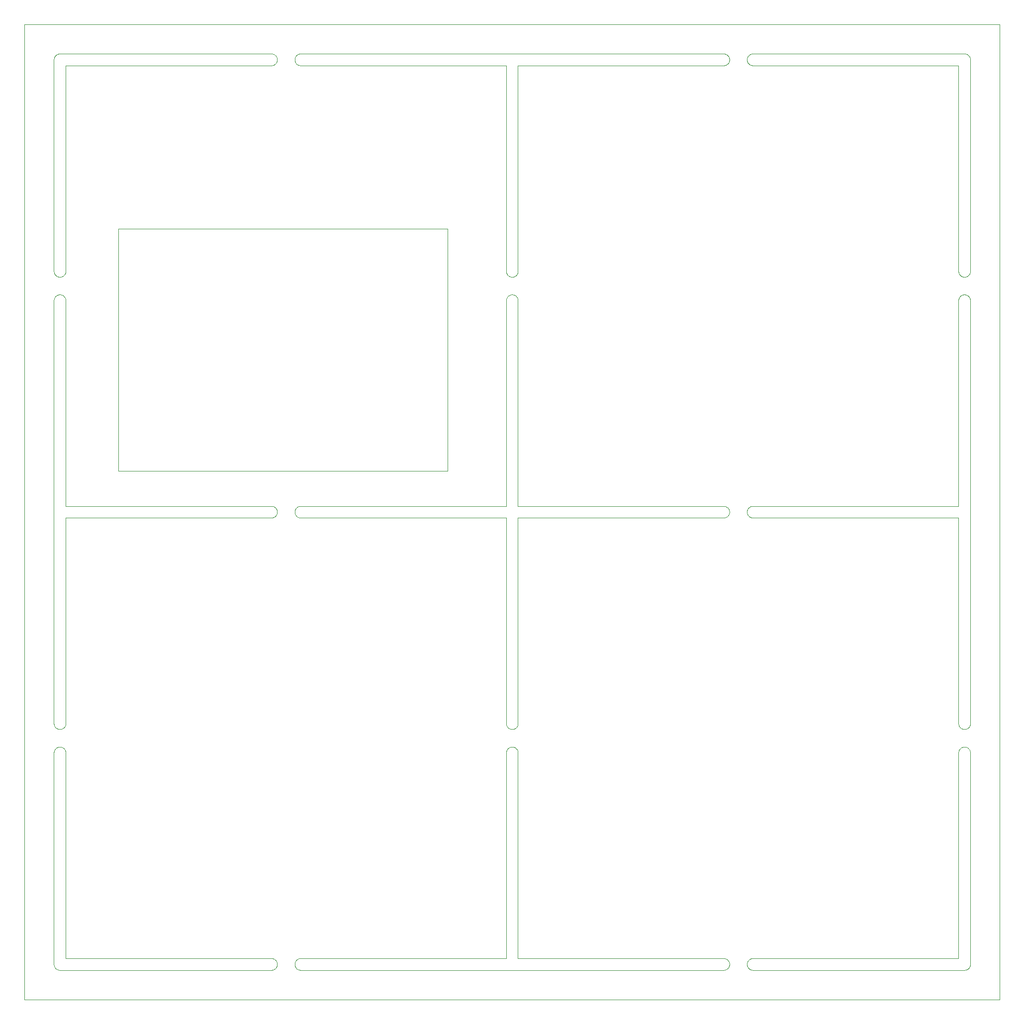
<source format=gbr>
G04 #@! TF.GenerationSoftware,KiCad,Pcbnew,7.0.5*
G04 #@! TF.CreationDate,2023-07-12T17:52:09+03:00*
G04 #@! TF.ProjectId,strange_games,73747261-6e67-4655-9f67-616d65732e6b,rev?*
G04 #@! TF.SameCoordinates,Original*
G04 #@! TF.FileFunction,Profile,NP*
%FSLAX46Y46*%
G04 Gerber Fmt 4.6, Leading zero omitted, Abs format (unit mm)*
G04 Created by KiCad (PCBNEW 7.0.5) date 2023-07-12 17:52:09*
%MOMM*%
%LPD*%
G01*
G04 APERTURE LIST*
G04 #@! TA.AperFunction,Profile*
%ADD10C,0.100000*%
G04 #@! TD*
G04 #@! TA.AperFunction,Profile*
%ADD11C,0.050000*%
G04 #@! TD*
G04 APERTURE END LIST*
D10*
X163476681Y-26883099D02*
X163433278Y-26904946D01*
X50942125Y-62343519D02*
X50924637Y-62388855D01*
X203140851Y-139518960D02*
X203116900Y-139476681D01*
X127924637Y-62388855D02*
X127904946Y-62433278D01*
X126001195Y-139058576D02*
X126000000Y-139009877D01*
X51001878Y-101995703D02*
X51002170Y-101996097D01*
X163957368Y-179702619D02*
X163970328Y-179749450D01*
X126116900Y-143523318D02*
X126140851Y-143481039D01*
X86107036Y-103995229D02*
X86058576Y-103998804D01*
X203004770Y-143892963D02*
X203010718Y-143844737D01*
X125997188Y-178996840D02*
X125997517Y-178996477D01*
X86805173Y-102400259D02*
X86833152Y-102439987D01*
X126057874Y-62343519D02*
X126042631Y-62297380D01*
X86009877Y-179000000D02*
X86058576Y-179001195D01*
X203140851Y-62518960D02*
X203116900Y-62476681D01*
X167796861Y-180980974D02*
X167749450Y-180970328D01*
X204998804Y-62058576D02*
X204995229Y-62107036D01*
X202999798Y-101991655D02*
X202999870Y-101991169D01*
X90116900Y-103476681D02*
X90095053Y-103433278D01*
X86859148Y-25481039D02*
X86883099Y-25523318D01*
X125994441Y-27001122D02*
X125993997Y-27000912D01*
X126481039Y-139859148D02*
X126439987Y-139833152D01*
X204833152Y-62560012D02*
X204805173Y-62599740D01*
X86883099Y-25523318D02*
X86904946Y-25566721D01*
X127743539Y-66325158D02*
X127775278Y-66361952D01*
X163924637Y-179611144D02*
X163942125Y-179656480D01*
X126140851Y-143481039D02*
X126166847Y-143439987D01*
X167749450Y-25029671D02*
X167796861Y-25019025D01*
X167844737Y-179010718D02*
X167892963Y-179004770D01*
X125998646Y-104005125D02*
X125998394Y-104004704D01*
X51004704Y-27001605D02*
X51004296Y-27001878D01*
X204743539Y-180674841D02*
X204710033Y-180710033D01*
X128006917Y-101999440D02*
X128007387Y-101999583D01*
X204833152Y-143439987D02*
X204859148Y-143481039D01*
X167361952Y-179224721D02*
X167400259Y-179194826D01*
X127388855Y-66075362D02*
X127433278Y-66095053D01*
X203256460Y-66325158D02*
X203289966Y-66289966D01*
X125994874Y-27001353D02*
X125994441Y-27001122D01*
X49000000Y-143990122D02*
X49001195Y-143941423D01*
X90075362Y-25611144D02*
X90095053Y-25566721D01*
X167702619Y-179042631D02*
X167749450Y-179029671D01*
X204107036Y-139995229D02*
X204058576Y-139998804D01*
X204904946Y-25566721D02*
X204924637Y-25611144D01*
X202991655Y-101999798D02*
X202992136Y-101999702D01*
X49140851Y-180518960D02*
X49116900Y-180476681D01*
X128012272Y-104000000D02*
X128012027Y-104000003D01*
X90481039Y-25140851D02*
X90523318Y-25116900D01*
X51000129Y-101991169D02*
X51000201Y-101991655D01*
X86998804Y-103058576D02*
X86995229Y-103107036D01*
X202993082Y-27000559D02*
X202992612Y-27000416D01*
X127388855Y-139924637D02*
X127343519Y-139942125D01*
X203029671Y-143749450D02*
X203042631Y-143702619D01*
X49224721Y-143361952D02*
X49256460Y-143325158D01*
X126400259Y-139805173D02*
X126361952Y-139775278D01*
X125987727Y-27000000D02*
X90990122Y-27000000D01*
X204904946Y-143566721D02*
X204924637Y-143611144D01*
X50995229Y-66892963D02*
X50998804Y-66941423D01*
X204710033Y-143289966D02*
X204743539Y-143325158D01*
X204250549Y-143029671D02*
X204297380Y-143042631D01*
X203796861Y-62980974D02*
X203749450Y-62970328D01*
X167990122Y-104000000D02*
X167941423Y-103998804D01*
X90656480Y-179057874D02*
X90702619Y-179042631D01*
X86560012Y-179166847D02*
X86599740Y-179194826D01*
X126116900Y-66523318D02*
X126140851Y-66481039D01*
X167749450Y-103970328D02*
X167702619Y-103957368D01*
X202998394Y-101995295D02*
X202998646Y-101994874D01*
X86518960Y-103859148D02*
X86476681Y-103883099D01*
X125995703Y-104001878D02*
X125995295Y-104001605D01*
X128000559Y-101993082D02*
X128000724Y-101993544D01*
X127833152Y-66439987D02*
X127859148Y-66481039D01*
X167029671Y-103250549D02*
X167019025Y-103203138D01*
X128002482Y-101996477D02*
X128002811Y-101996840D01*
X90116900Y-25523318D02*
X90140851Y-25481039D01*
X51000297Y-178992136D02*
X51000416Y-178992612D01*
X167702619Y-26957368D02*
X167656480Y-26942125D01*
X204710033Y-180710033D02*
X204674841Y-180743539D01*
X203001195Y-66941423D02*
X203004770Y-66892963D01*
X86518960Y-26859148D02*
X86476681Y-26883099D01*
X127009877Y-143000000D02*
X127058576Y-143001195D01*
X51000912Y-101993997D02*
X51001122Y-101994441D01*
X128003522Y-101997517D02*
X128003902Y-101997829D01*
X204343519Y-66057874D02*
X204388855Y-66075362D01*
X126523318Y-143116900D02*
X126566721Y-143095053D01*
X125999996Y-104012027D02*
X125999942Y-104009809D01*
X86883099Y-180476681D02*
X86859148Y-180518960D01*
X90941423Y-102001195D02*
X90990122Y-102000000D01*
X126057874Y-139343519D02*
X126042631Y-139297380D01*
X128003159Y-27002811D02*
X128002811Y-27003159D01*
X203892963Y-143004770D02*
X203941423Y-143001195D01*
X51005125Y-178998646D02*
X51005558Y-178998877D01*
X50883099Y-66523318D02*
X50904946Y-66566721D01*
X49325158Y-62743539D02*
X49289966Y-62710033D01*
X126325158Y-62743539D02*
X126289966Y-62710033D01*
X126990122Y-66000000D02*
X127009877Y-66000000D01*
X90140851Y-103518960D02*
X90116900Y-103476681D01*
X126001195Y-143941423D02*
X126004770Y-143892963D01*
X86970328Y-179749450D02*
X86980974Y-179796861D01*
X51001122Y-178994441D02*
X51001353Y-178994874D01*
X202987727Y-27000000D02*
X167990122Y-27000000D01*
X128000129Y-27008830D02*
X128000081Y-27009318D01*
X128005125Y-101998646D02*
X128005558Y-101998877D01*
X86775278Y-102361952D02*
X86805173Y-102400259D01*
X126749450Y-66029671D02*
X126796861Y-66019025D01*
X204674841Y-66256460D02*
X204710033Y-66289966D01*
X167892963Y-103995229D02*
X167844737Y-103989281D01*
X163560012Y-180833152D02*
X163518960Y-180859148D01*
X204942125Y-139343519D02*
X204924637Y-139388855D01*
X128000000Y-178987727D02*
X128000003Y-178987972D01*
X127107036Y-143004770D02*
X127155262Y-143010718D01*
X90702619Y-25042631D02*
X90749450Y-25029671D01*
X126289966Y-62710033D02*
X126256460Y-62674841D01*
X90749450Y-180970328D02*
X90702619Y-180957368D01*
X128006917Y-178999440D02*
X128007387Y-178999583D01*
X50995229Y-143892963D02*
X50998804Y-143941423D01*
X202993997Y-27000912D02*
X202993544Y-27000724D01*
X49004770Y-143892963D02*
X49010718Y-143844737D01*
X163155262Y-25010718D02*
X163203138Y-25019025D01*
X204599740Y-62805173D02*
X204560012Y-62833152D01*
X90095053Y-103433278D02*
X90075362Y-103388855D01*
X90892963Y-102004770D02*
X90941423Y-102001195D01*
X125999996Y-178987972D02*
X126000000Y-178987727D01*
X203796861Y-143019025D02*
X203844737Y-143010718D01*
X49400259Y-66194826D02*
X49439987Y-66166847D01*
X128002482Y-104003522D02*
X128002170Y-104003902D01*
X128012272Y-27000000D02*
X128012027Y-27000003D01*
X49224721Y-62638047D02*
X49194826Y-62599740D01*
X203325158Y-62743539D02*
X203289966Y-62710033D01*
X204970328Y-25749450D02*
X204980974Y-25796861D01*
X128001605Y-178995295D02*
X128001878Y-178995703D01*
X50107036Y-66004770D02*
X50155262Y-66010718D01*
X51002482Y-27003522D02*
X51002170Y-27003902D01*
X167256460Y-102325158D02*
X167289966Y-102289966D01*
X125995295Y-101998394D02*
X125995703Y-101998121D01*
X204989281Y-143844737D02*
X204995229Y-143892963D01*
X90224721Y-103638047D02*
X90194826Y-103599740D01*
X49796861Y-139980974D02*
X49749450Y-139970328D01*
X51006455Y-27000724D02*
X51006002Y-27000912D01*
X203140851Y-66481039D02*
X203166847Y-66439987D01*
X127989281Y-62155262D02*
X127980974Y-62203138D01*
X202994441Y-101998877D02*
X202994874Y-101998646D01*
X203000000Y-101987727D02*
X203000000Y-66990122D01*
X203057874Y-143656480D02*
X203075362Y-143611144D01*
X125998877Y-178994441D02*
X125999087Y-178993997D01*
X204476681Y-66116900D02*
X204518960Y-66140851D01*
X90892963Y-179004770D02*
X90941423Y-179001195D01*
X127743539Y-143325158D02*
X127775278Y-143361952D01*
X50250549Y-62970328D02*
X50203138Y-62980974D01*
X163388855Y-26924637D02*
X163343519Y-26942125D01*
X90289966Y-26710033D02*
X90256460Y-26674841D01*
X49656480Y-139942125D02*
X49611144Y-139924637D01*
X86998804Y-26058576D02*
X86995229Y-26107036D01*
X49166847Y-139560012D02*
X49140851Y-139518960D01*
X203990122Y-63000000D02*
X203941423Y-62998804D01*
X203029671Y-66749450D02*
X203042631Y-66702619D01*
X163297380Y-102042631D02*
X163343519Y-102057874D01*
X125997517Y-104003522D02*
X125997188Y-104003159D01*
X167990122Y-179000000D02*
X202987727Y-179000000D01*
X127343519Y-143057874D02*
X127388855Y-143075362D01*
X167042631Y-102702619D02*
X167057874Y-102656480D01*
X90010718Y-26155262D02*
X90004770Y-26107036D01*
X127599740Y-139805173D02*
X127560012Y-139833152D01*
X86009877Y-181000000D02*
X49990122Y-181000000D01*
X50883099Y-139476681D02*
X50859148Y-139518960D01*
X90844737Y-103989281D02*
X90796861Y-103980974D01*
X90166847Y-102439987D02*
X90194826Y-102400259D01*
X90095053Y-180433278D02*
X90075362Y-180388855D01*
X203523318Y-143116900D02*
X203566721Y-143095053D01*
X90095053Y-26433278D02*
X90075362Y-26388855D01*
X49361952Y-139775278D02*
X49325158Y-139743539D01*
X127924637Y-139388855D02*
X127904946Y-139433278D01*
X204743539Y-25325158D02*
X204775278Y-25361952D01*
X90256460Y-103674841D02*
X90224721Y-103638047D01*
X128008830Y-101999870D02*
X128009318Y-101999918D01*
X127833152Y-139560012D02*
X127805173Y-139599740D01*
X86883099Y-102523318D02*
X86904946Y-102566721D01*
X204297380Y-25042631D02*
X204343519Y-25057874D01*
X49990122Y-181000000D02*
X49941423Y-180998804D01*
X163957368Y-26297380D02*
X163942125Y-26343519D01*
X204883099Y-66523318D02*
X204904946Y-66566721D01*
X163343519Y-26942125D02*
X163297380Y-26957368D01*
X128000000Y-66990122D02*
X128000000Y-101987727D01*
X127518960Y-66140851D02*
X127560012Y-66166847D01*
X163989281Y-180155262D02*
X163980974Y-180203138D01*
X51009809Y-104000057D02*
X51009318Y-104000081D01*
X202991655Y-27000201D02*
X202991169Y-27000129D01*
X128000297Y-104007863D02*
X128000201Y-104008344D01*
X49749450Y-62970328D02*
X49702619Y-62957368D01*
X51003902Y-104002170D02*
X51003522Y-104002482D01*
X86970328Y-103250549D02*
X86957368Y-103297380D01*
X126000000Y-66990122D02*
X126001195Y-66941423D01*
X90000000Y-180009877D02*
X90000000Y-179990122D01*
X50476681Y-143116900D02*
X50518960Y-143140851D01*
X167796861Y-179019025D02*
X167844737Y-179010718D01*
X49004770Y-180107036D02*
X49001195Y-180058576D01*
X163638047Y-102224721D02*
X163674841Y-102256460D01*
X51005558Y-104001122D02*
X51005125Y-104001353D01*
X167941423Y-179001195D02*
X167990122Y-179000000D01*
X125990681Y-178999918D02*
X125991169Y-178999870D01*
X163883099Y-103476681D02*
X163859148Y-103518960D01*
X163058576Y-179001195D02*
X163107036Y-179004770D01*
X167042631Y-25702619D02*
X167057874Y-25656480D01*
X163989281Y-103155262D02*
X163980974Y-103203138D01*
X204107036Y-66004770D02*
X204155262Y-66010718D01*
X163995229Y-179892963D02*
X163998804Y-179941423D01*
X125991169Y-104000129D02*
X125990681Y-104000081D01*
X90844737Y-26989281D02*
X90796861Y-26980974D01*
X86433278Y-102095053D02*
X86476681Y-102116900D01*
X125998877Y-104005558D02*
X125998646Y-104005125D01*
X202995703Y-178998121D02*
X202996097Y-178997829D01*
X203941423Y-62998804D02*
X203892963Y-62995229D01*
X204995229Y-25892963D02*
X204998804Y-25941423D01*
X128002170Y-101996097D02*
X128002482Y-101996477D01*
X202996097Y-27002170D02*
X202995703Y-27001878D01*
X204775278Y-25361952D02*
X204805173Y-25400259D01*
X126001195Y-66941423D02*
X126004770Y-66892963D01*
X203990122Y-140000000D02*
X203941423Y-139998804D01*
X163710033Y-179289966D02*
X163743539Y-179325158D01*
X167439987Y-180833152D02*
X167400259Y-180805173D01*
X49941423Y-180998804D02*
X49892963Y-180995229D01*
X49010718Y-62155262D02*
X49004770Y-62107036D01*
X90042631Y-179702619D02*
X90057874Y-179656480D01*
X203004770Y-62107036D02*
X203001195Y-62058576D01*
X87000000Y-103009877D02*
X86998804Y-103058576D01*
X202993082Y-101999440D02*
X202993544Y-101999275D01*
X125999087Y-101993997D02*
X125999275Y-101993544D01*
X203439987Y-139833152D02*
X203400259Y-139805173D01*
X128003902Y-27002170D02*
X128003522Y-27002482D01*
X51004296Y-27001878D02*
X51003902Y-27002170D01*
X49990122Y-66000000D02*
X50009877Y-66000000D01*
X86203138Y-25019025D02*
X86250549Y-25029671D01*
X204970328Y-143749450D02*
X204980974Y-143796861D01*
X167010718Y-26155262D02*
X167004770Y-26107036D01*
X125991655Y-27000201D02*
X125991169Y-27000129D01*
X86476681Y-180883099D02*
X86433278Y-180904946D01*
X163297380Y-26957368D02*
X163250549Y-26970328D01*
X163638047Y-26775278D02*
X163599740Y-26805173D01*
X49941423Y-139998804D02*
X49892963Y-139995229D01*
X86203138Y-179019025D02*
X86250549Y-179029671D01*
X204058576Y-66001195D02*
X204107036Y-66004770D01*
X128003522Y-27002482D02*
X128003159Y-27002811D01*
X90656480Y-102057874D02*
X90702619Y-102042631D01*
X125996477Y-101997517D02*
X125996840Y-101997188D01*
X86942125Y-25656480D02*
X86957368Y-25702619D01*
X125999870Y-27008830D02*
X125999798Y-27008344D01*
X163995229Y-26107036D02*
X163989281Y-26155262D01*
X86203138Y-103980974D02*
X86155262Y-103989281D01*
X126166847Y-62560012D02*
X126140851Y-62518960D01*
X127433278Y-62904946D02*
X127388855Y-62924637D01*
X203325158Y-66256460D02*
X203361952Y-66224721D01*
X49566721Y-143095053D02*
X49611144Y-143075362D01*
X49289966Y-139710033D02*
X49256460Y-139674841D01*
X163560012Y-179166847D02*
X163599740Y-179194826D01*
X202999996Y-101987972D02*
X203000000Y-101987727D01*
X204343519Y-139942125D02*
X204297380Y-139957368D01*
X49892963Y-139995229D02*
X49844737Y-139989281D01*
X163883099Y-102523318D02*
X163904946Y-102566721D01*
X90042631Y-102702619D02*
X90057874Y-102656480D01*
X51000416Y-178992612D02*
X51000559Y-178993082D01*
X167166847Y-103560012D02*
X167140851Y-103518960D01*
X90844737Y-25010718D02*
X90892963Y-25004770D01*
X204638047Y-143224721D02*
X204674841Y-143256460D01*
X202999275Y-178993544D02*
X202999440Y-178993082D01*
X167256460Y-26674841D02*
X167224721Y-26638047D01*
X49140851Y-62518960D02*
X49116900Y-62476681D01*
X163743539Y-179325158D02*
X163775278Y-179361952D01*
X49566721Y-139904946D02*
X49523318Y-139883099D01*
X128000559Y-27006917D02*
X128000416Y-27007387D01*
X51000724Y-101993544D02*
X51000912Y-101993997D01*
X86476681Y-25116900D02*
X86518960Y-25140851D01*
X87000000Y-26009877D02*
X86998804Y-26058576D01*
X163388855Y-102075362D02*
X163433278Y-102095053D01*
X90029671Y-102749450D02*
X90042631Y-102702619D01*
X51007387Y-101999583D02*
X51007863Y-101999702D01*
X128002170Y-104003902D02*
X128001878Y-104004296D01*
X126095053Y-62433278D02*
X126075362Y-62388855D01*
X50009877Y-143000000D02*
X50009877Y-143000000D01*
X163970328Y-25749450D02*
X163980974Y-25796861D01*
X128007387Y-104000416D02*
X128006917Y-104000559D01*
X163203138Y-102019025D02*
X163250549Y-102029671D01*
X203611144Y-143075362D02*
X203656480Y-143057874D01*
X163297380Y-179042631D02*
X163343519Y-179057874D01*
X163805173Y-102400259D02*
X163833152Y-102439987D01*
X202999996Y-27012027D02*
X202999942Y-27009809D01*
X204107036Y-143004770D02*
X204155262Y-143010718D01*
X126611144Y-139924637D02*
X126566721Y-139904946D01*
X167004770Y-103107036D02*
X167001195Y-103058576D01*
X49256460Y-139674841D02*
X49224721Y-139638047D01*
X127998804Y-66941423D02*
X128000000Y-66990122D01*
X203566721Y-62904946D02*
X203523318Y-62883099D01*
X50297380Y-62957368D02*
X50250549Y-62970328D01*
X51003522Y-104002482D02*
X51003159Y-104002811D01*
X163710033Y-26710033D02*
X163674841Y-26743539D01*
X126566721Y-66095053D02*
X126611144Y-66075362D01*
X203010718Y-143844737D02*
X203019025Y-143796861D01*
X90256460Y-102325158D02*
X90289966Y-102289966D01*
X127970328Y-143749450D02*
X127980974Y-143796861D01*
X167224721Y-179361952D02*
X167256460Y-179325158D01*
X49140851Y-66481039D02*
X49166847Y-66439987D01*
X167224721Y-25361952D02*
X167256460Y-25325158D01*
X167116900Y-179523318D02*
X167140851Y-179481039D01*
X204518960Y-143140851D02*
X204560012Y-143166847D01*
X50674841Y-62743539D02*
X50638047Y-62775278D01*
X90611144Y-26924637D02*
X90566721Y-26904946D01*
X167075362Y-25611144D02*
X167095053Y-25566721D01*
X127883099Y-143523318D02*
X127904946Y-143566721D01*
X90019025Y-102796861D02*
X90029671Y-102749450D01*
X128003159Y-101997188D02*
X128003522Y-101997517D01*
X204009877Y-140000000D02*
X203990122Y-140000000D01*
X167289966Y-103710033D02*
X167256460Y-103674841D01*
X50250549Y-66029671D02*
X50297380Y-66042631D01*
X204674841Y-143256460D02*
X204710033Y-143289966D01*
X203166847Y-139560012D02*
X203140851Y-139518960D01*
X202994441Y-104001122D02*
X202993997Y-104000912D01*
X127859148Y-143481039D02*
X127883099Y-143523318D01*
X202996097Y-178997829D02*
X202996477Y-178997517D01*
X202999942Y-104009809D02*
X202999918Y-104009318D01*
X49656480Y-25057874D02*
X49702619Y-25042631D01*
X86743539Y-103674841D02*
X86710033Y-103710033D01*
X167001195Y-179941423D02*
X167004770Y-179892963D01*
X86638047Y-26775278D02*
X86599740Y-26805173D01*
X202997517Y-27003522D02*
X202997188Y-27003159D01*
X49166847Y-62560012D02*
X49140851Y-62518960D01*
X203029671Y-62250549D02*
X203019025Y-62203138D01*
X49224721Y-180638047D02*
X49194826Y-180599740D01*
X51006002Y-101999087D02*
X51006455Y-101999275D01*
X51001878Y-104004296D02*
X51001605Y-104004704D01*
X51000129Y-104008830D02*
X51000081Y-104009318D01*
X163998804Y-179941423D02*
X164000000Y-179990122D01*
X202998877Y-27005558D02*
X202998646Y-27005125D01*
X125998121Y-27004296D02*
X125997829Y-27003902D01*
X126523318Y-62883099D02*
X126481039Y-62859148D01*
X126749450Y-143029671D02*
X126796861Y-143019025D01*
X202999702Y-27007863D02*
X202999583Y-27007387D01*
X49611144Y-66075362D02*
X49656480Y-66057874D01*
X163560012Y-103833152D02*
X163518960Y-103859148D01*
X86710033Y-26710033D02*
X86674841Y-26743539D01*
X50833152Y-139560012D02*
X50805173Y-139599740D01*
X90796861Y-25019025D02*
X90844737Y-25010718D01*
X90019025Y-26203138D02*
X90010718Y-26155262D01*
X203400259Y-62805173D02*
X203361952Y-62775278D01*
X163998804Y-103058576D02*
X163995229Y-103107036D01*
X127343519Y-66057874D02*
X127388855Y-66075362D01*
X51001605Y-178995295D02*
X51001878Y-178995703D01*
X203702619Y-66042631D02*
X203749450Y-66029671D01*
X125995703Y-27001878D02*
X125995295Y-27001605D01*
X86058576Y-103998804D02*
X86009877Y-104000000D01*
X51001353Y-104005125D02*
X51001122Y-104005558D01*
X163970328Y-102749450D02*
X163980974Y-102796861D01*
X51001353Y-178994874D02*
X51001605Y-178995295D01*
X90796861Y-179019025D02*
X90844737Y-179010718D01*
X51000297Y-101992136D02*
X51000416Y-101992612D01*
X204998804Y-25941423D02*
X205000000Y-25990122D01*
X50904946Y-62433278D02*
X50883099Y-62476681D01*
X204433278Y-139904946D02*
X204388855Y-139924637D01*
X167019025Y-180203138D02*
X167010718Y-180155262D01*
X49075362Y-66611144D02*
X49095053Y-66566721D01*
X127009877Y-66000000D02*
X127058576Y-66001195D01*
X49256460Y-180674841D02*
X49224721Y-180638047D01*
X125998394Y-27004704D02*
X125998121Y-27004296D01*
X50058576Y-66001195D02*
X50107036Y-66004770D01*
X49057874Y-62343519D02*
X49042631Y-62297380D01*
X128006002Y-27000912D02*
X128005558Y-27001122D01*
X167611144Y-26924637D02*
X167566721Y-26904946D01*
X49481039Y-25140851D02*
X49523318Y-25116900D01*
X50904946Y-66566721D02*
X50924637Y-66611144D01*
X128004704Y-101998394D02*
X128005125Y-101998646D01*
X126042631Y-66702619D02*
X126057874Y-66656480D01*
X127995229Y-66892963D02*
X127998804Y-66941423D01*
X90611144Y-180924637D02*
X90566721Y-180904946D01*
X86203138Y-180980974D02*
X86155262Y-180989281D01*
X125998121Y-101995703D02*
X125998394Y-101995295D01*
X90523318Y-26883099D02*
X90481039Y-26859148D01*
X167990122Y-27000000D02*
X167941423Y-26998804D01*
X163924637Y-102611144D02*
X163942125Y-102656480D01*
X86250549Y-25029671D02*
X86297380Y-25042631D01*
X202994441Y-178998877D02*
X202994874Y-178998646D01*
X126224721Y-66361952D02*
X126256460Y-66325158D01*
X86883099Y-179523318D02*
X86904946Y-179566721D01*
X51000003Y-101987972D02*
X51000057Y-101990190D01*
X163883099Y-25523318D02*
X163904946Y-25566721D01*
X51004296Y-178998121D02*
X51004704Y-178998394D01*
X163942125Y-179656480D02*
X163957368Y-179702619D01*
X128006455Y-178999275D02*
X128006917Y-178999440D01*
X86638047Y-25224721D02*
X86674841Y-25256460D01*
X203010718Y-66844737D02*
X203019025Y-66796861D01*
X50970328Y-143749450D02*
X50980974Y-143796861D01*
X86599740Y-180805173D02*
X86560012Y-180833152D01*
X126439987Y-139833152D02*
X126400259Y-139805173D01*
X51012027Y-101999996D02*
X51012272Y-102000000D01*
X128012272Y-102000000D02*
X163009877Y-102000000D01*
X50250549Y-143029671D02*
X50297380Y-143042631D01*
X167796861Y-25019025D02*
X167844737Y-25010718D01*
X49004770Y-25892963D02*
X49010718Y-25844737D01*
X51003522Y-101997517D02*
X51003902Y-101997829D01*
X163638047Y-103775278D02*
X163599740Y-103805173D01*
X202992136Y-178999702D02*
X202992612Y-178999583D01*
X50009877Y-66000000D02*
X50058576Y-66001195D01*
X167439987Y-25166847D02*
X167481039Y-25140851D01*
X163924637Y-25611144D02*
X163942125Y-25656480D01*
X126611144Y-62924637D02*
X126566721Y-62904946D01*
X163638047Y-180775278D02*
X163599740Y-180805173D01*
X203400259Y-139805173D02*
X203361952Y-139775278D01*
X204883099Y-62476681D02*
X204859148Y-62518960D01*
X163859148Y-102481039D02*
X163883099Y-102523318D01*
X204957368Y-143702619D02*
X204970328Y-143749450D01*
X128000057Y-178990190D02*
X128000081Y-178990681D01*
X90075362Y-179611144D02*
X90095053Y-179566721D01*
X204674841Y-62743539D02*
X204638047Y-62775278D01*
X49941423Y-62998804D02*
X49892963Y-62995229D01*
X90656480Y-26942125D02*
X90611144Y-26924637D01*
X127388855Y-62924637D02*
X127343519Y-62942125D01*
X128000297Y-178992136D02*
X128000416Y-178992612D01*
X127743539Y-139674841D02*
X127710033Y-139710033D01*
X90361952Y-25224721D02*
X90400259Y-25194826D01*
X167361952Y-103775278D02*
X167325158Y-103743539D01*
X127710033Y-139710033D02*
X127674841Y-139743539D01*
X50970328Y-66749450D02*
X50980974Y-66796861D01*
X202999440Y-104006917D02*
X202999275Y-104006455D01*
X127989281Y-143844737D02*
X127995229Y-143892963D01*
X50343519Y-62942125D02*
X50297380Y-62957368D01*
X125999918Y-27009318D02*
X125999870Y-27008830D01*
X125996097Y-104002170D02*
X125995703Y-104001878D01*
X203844737Y-139989281D02*
X203796861Y-139980974D01*
X49256460Y-62674841D02*
X49224721Y-62638047D01*
X51002482Y-178996477D02*
X51002811Y-178996840D01*
X204805173Y-66400259D02*
X204833152Y-66439987D01*
X50009877Y-63000000D02*
X49990122Y-63000000D01*
X51009318Y-101999918D02*
X51009809Y-101999942D01*
X50107036Y-62995229D02*
X50058576Y-62998804D01*
X204638047Y-66224721D02*
X204674841Y-66256460D01*
X167892963Y-180995229D02*
X167844737Y-180989281D01*
X128006917Y-27000559D02*
X128006455Y-27000724D01*
X163957368Y-103297380D02*
X163942125Y-103343519D01*
X167042631Y-103297380D02*
X167029671Y-103250549D01*
X127009877Y-63000000D02*
X126990122Y-63000000D01*
X125996840Y-104002811D02*
X125996477Y-104002482D01*
X203361952Y-143224721D02*
X203400259Y-143194826D01*
X128003522Y-104002482D02*
X128003159Y-104002811D01*
X49004770Y-66892963D02*
X49010718Y-66844737D01*
X128009809Y-101999942D02*
X128012027Y-101999996D01*
X167116900Y-25523318D02*
X167140851Y-25481039D01*
X127942125Y-66656480D02*
X127957368Y-66702619D01*
X50957368Y-139297380D02*
X50942125Y-139343519D01*
X163859148Y-26518960D02*
X163833152Y-26560012D01*
X204833152Y-66439987D02*
X204859148Y-66481039D01*
X125996840Y-178997188D02*
X125997188Y-178996840D01*
X202999918Y-178990681D02*
X202999942Y-178990190D01*
X204388855Y-62924637D02*
X204343519Y-62942125D01*
X125997829Y-101996097D02*
X125998121Y-101995703D01*
X90796861Y-103980974D02*
X90749450Y-103970328D01*
X202990190Y-101999942D02*
X202990681Y-101999918D01*
X126075362Y-66611144D02*
X126095053Y-66566721D01*
X126361952Y-143224721D02*
X126400259Y-143194826D01*
X51001605Y-104004704D02*
X51001353Y-104005125D01*
X204250549Y-25029671D02*
X204297380Y-25042631D01*
X163989281Y-179844737D02*
X163995229Y-179892963D01*
X90010718Y-102844737D02*
X90019025Y-102796861D01*
X204710033Y-66289966D02*
X204743539Y-66325158D01*
X167166847Y-26560012D02*
X167140851Y-26518960D01*
X51000057Y-178990190D02*
X51000081Y-178990681D01*
X126010718Y-139155262D02*
X126004770Y-139107036D01*
X202999996Y-178987972D02*
X203000000Y-178987727D01*
X51006455Y-101999275D02*
X51006917Y-101999440D01*
X127638047Y-143224721D02*
X127674841Y-143256460D01*
X204995229Y-180107036D02*
X204989281Y-180155262D01*
X127203138Y-139980974D02*
X127155262Y-139989281D01*
X204980974Y-66796861D02*
X204989281Y-66844737D01*
X86107036Y-179004770D02*
X86155262Y-179010718D01*
X86904946Y-103433278D02*
X86883099Y-103476681D01*
X126523318Y-139883099D02*
X126481039Y-139859148D01*
X90566721Y-26904946D02*
X90523318Y-26883099D01*
X51000416Y-27007387D02*
X51000297Y-27007863D01*
X202999798Y-178991655D02*
X202999870Y-178991169D01*
X163203138Y-25019025D02*
X163250549Y-25029671D01*
X202993997Y-104000912D02*
X202993544Y-104000724D01*
X125997829Y-178996097D02*
X125998121Y-178995703D01*
X204743539Y-143325158D02*
X204775278Y-143361952D01*
X49029671Y-139250549D02*
X49019025Y-139203138D01*
X49029671Y-143749450D02*
X49042631Y-143702619D01*
X204743539Y-66325158D02*
X204775278Y-66361952D01*
X86155262Y-26989281D02*
X86107036Y-26995229D01*
X90029671Y-26250549D02*
X90019025Y-26203138D01*
X203702619Y-139957368D02*
X203656480Y-139942125D01*
X86518960Y-180859148D02*
X86476681Y-180883099D01*
X167361952Y-25224721D02*
X167400259Y-25194826D01*
X167116900Y-102523318D02*
X167140851Y-102481039D01*
X167749450Y-26970328D02*
X167702619Y-26957368D01*
X167029671Y-26250549D02*
X167019025Y-26203138D01*
X49256460Y-143325158D02*
X49289966Y-143289966D01*
X128007387Y-178999583D02*
X128007863Y-178999702D01*
X163203138Y-103980974D02*
X163155262Y-103989281D01*
X86970328Y-102749450D02*
X86980974Y-102796861D01*
X125987972Y-104000003D02*
X125987972Y-104000003D01*
X203001195Y-139058576D02*
X203000000Y-139009877D01*
X163476681Y-179116900D02*
X163518960Y-179140851D01*
X90001195Y-26058576D02*
X90000000Y-26009877D01*
X90656480Y-103942125D02*
X90611144Y-103924637D01*
X167140851Y-103518960D02*
X167116900Y-103476681D01*
X125999087Y-178993997D02*
X125999275Y-178993544D01*
X202999087Y-178993997D02*
X202999275Y-178993544D01*
X127904946Y-66566721D02*
X127924637Y-66611144D01*
X204107036Y-180995229D02*
X204058576Y-180998804D01*
X90481039Y-102140851D02*
X90523318Y-102116900D01*
X51005558Y-178998877D02*
X51006002Y-178999087D01*
X49990122Y-143000000D02*
X50009877Y-143000000D01*
X204942125Y-66656480D02*
X204957368Y-66702619D01*
X51012027Y-104000003D02*
X51009809Y-104000057D01*
X163957368Y-102702619D02*
X163970328Y-102749450D01*
X163674841Y-26743539D02*
X163638047Y-26775278D01*
X86250549Y-26970328D02*
X86203138Y-26980974D01*
X49481039Y-66140851D02*
X49523318Y-66116900D01*
X202997517Y-178996477D02*
X202997829Y-178996097D01*
X86518960Y-25140851D02*
X86560012Y-25166847D01*
X204009877Y-181000000D02*
X167990122Y-181000000D01*
X167095053Y-26433278D02*
X167075362Y-26388855D01*
X202999702Y-178992136D02*
X202999798Y-178991655D01*
X86957368Y-179702619D02*
X86970328Y-179749450D01*
X128003159Y-104002811D02*
X128002811Y-104003159D01*
X167194826Y-180599740D02*
X167166847Y-180560012D01*
X128003902Y-101997829D02*
X128004296Y-101998121D01*
X49749450Y-66029671D02*
X49796861Y-66019025D01*
X202994874Y-104001353D02*
X202994441Y-104001122D01*
X163743539Y-180674841D02*
X163710033Y-180710033D01*
X127904946Y-62433278D02*
X127883099Y-62476681D01*
X126256460Y-62674841D02*
X126224721Y-62638047D01*
X128001605Y-27004704D02*
X128001353Y-27005125D01*
X204638047Y-180775278D02*
X204599740Y-180805173D01*
X86957368Y-26297380D02*
X86942125Y-26343519D01*
X127638047Y-62775278D02*
X127599740Y-62805173D01*
X128000416Y-104007387D02*
X128000297Y-104007863D01*
X203075362Y-139388855D02*
X203057874Y-139343519D01*
X204883099Y-25523318D02*
X204904946Y-25566721D01*
X167361952Y-180775278D02*
X167325158Y-180743539D01*
X163980974Y-26203138D02*
X163970328Y-26250549D01*
X49004770Y-139107036D02*
X49001195Y-139058576D01*
X86805173Y-103599740D02*
X86775278Y-103638047D01*
X86518960Y-179140851D02*
X86560012Y-179166847D01*
X90166847Y-103560012D02*
X90140851Y-103518960D01*
X90057874Y-26343519D02*
X90042631Y-26297380D01*
X163343519Y-25057874D02*
X163388855Y-25075362D01*
X126481039Y-62859148D02*
X126439987Y-62833152D01*
X86250549Y-179029671D02*
X86297380Y-179042631D01*
X90844737Y-102010718D02*
X90892963Y-102004770D01*
X202997188Y-178996840D02*
X202997517Y-178996477D01*
X167095053Y-179566721D02*
X167116900Y-179523318D01*
X49075362Y-143611144D02*
X49095053Y-143566721D01*
X49566721Y-66095053D02*
X49611144Y-66075362D01*
X127957368Y-62297380D02*
X127942125Y-62343519D01*
X51000003Y-27012027D02*
X51000003Y-27012027D01*
X50518960Y-66140851D02*
X50560012Y-66166847D01*
X127250549Y-139970328D02*
X127203138Y-139980974D01*
X86343519Y-25057874D02*
X86388855Y-25075362D01*
X167001195Y-102941423D02*
X167004770Y-102892963D01*
X126140851Y-139518960D02*
X126116900Y-139476681D01*
X203361952Y-62775278D02*
X203325158Y-62743539D01*
X49057874Y-180343519D02*
X49042631Y-180297380D01*
X204989281Y-180155262D02*
X204980974Y-180203138D01*
X86297380Y-25042631D02*
X86343519Y-25057874D01*
X50155262Y-66010718D02*
X50203138Y-66019025D01*
X51000081Y-27009318D02*
X51000057Y-27009809D01*
X49075362Y-139388855D02*
X49057874Y-139343519D01*
X49439987Y-143166847D02*
X49481039Y-143140851D01*
X125999702Y-27007863D02*
X125999583Y-27007387D01*
X127904946Y-139433278D02*
X127883099Y-139476681D01*
X127924637Y-143611144D02*
X127942125Y-143656480D01*
X202999440Y-27006917D02*
X202999275Y-27006455D01*
X204924637Y-66611144D02*
X204942125Y-66656480D01*
X126325158Y-139743539D02*
X126289966Y-139710033D01*
X163388855Y-179075362D02*
X163433278Y-179095053D01*
X204155262Y-25010718D02*
X204203138Y-25019025D01*
X49194826Y-25400259D02*
X49224721Y-25361952D01*
X50859148Y-139518960D02*
X50833152Y-139560012D01*
X167095053Y-103433278D02*
X167075362Y-103388855D01*
X90000000Y-26009877D02*
X90000000Y-25990122D01*
X127998804Y-143941423D02*
X128000000Y-143990122D01*
X127518960Y-139859148D02*
X127476681Y-139883099D01*
X90990122Y-181000000D02*
X90941423Y-180998804D01*
X167892963Y-102004770D02*
X167941423Y-102001195D01*
X127710033Y-66289966D02*
X127743539Y-66325158D01*
X203001195Y-62058576D02*
X203000000Y-62009877D01*
X203000000Y-139009877D02*
X203000000Y-104012272D01*
X126057874Y-143656480D02*
X126075362Y-143611144D01*
X167481039Y-25140851D02*
X167523318Y-25116900D01*
X167224721Y-180638047D02*
X167194826Y-180599740D01*
X126004770Y-66892963D02*
X126010718Y-66844737D01*
X128012027Y-104000003D02*
X128009809Y-104000057D01*
X202990190Y-27000057D02*
X202987972Y-27000003D01*
X90439987Y-102166847D02*
X90481039Y-102140851D01*
X202994874Y-101998646D02*
X202995295Y-101998394D01*
X127433278Y-66095053D02*
X127476681Y-66116900D01*
X128000057Y-27009809D02*
X128000003Y-27012027D01*
X204518960Y-25140851D02*
X204560012Y-25166847D01*
X203019025Y-143796861D02*
X203029671Y-143749450D01*
X87000000Y-102990122D02*
X87000000Y-103009877D01*
X204009877Y-143000000D02*
X204058576Y-143001195D01*
X50883099Y-143523318D02*
X50904946Y-143566721D01*
X128004704Y-27001605D02*
X128004296Y-27001878D01*
X50904946Y-139433278D02*
X50883099Y-139476681D01*
X49439987Y-62833152D02*
X49400259Y-62805173D01*
X50775278Y-62638047D02*
X50743539Y-62674841D01*
X203481039Y-62859148D02*
X203439987Y-62833152D01*
X128007863Y-178999702D02*
X128008344Y-178999798D01*
X163560012Y-102166847D02*
X163599740Y-102194826D01*
X167166847Y-179439987D02*
X167194826Y-179400259D01*
X86155262Y-25010718D02*
X86203138Y-25019025D01*
X127674841Y-139743539D02*
X127638047Y-139775278D01*
X163674841Y-179256460D02*
X163710033Y-179289966D01*
X127980974Y-139203138D02*
X127970328Y-139250549D01*
X125994874Y-101998646D02*
X125995295Y-101998394D01*
X125999942Y-27009809D02*
X125999918Y-27009318D01*
X126656480Y-139942125D02*
X126611144Y-139924637D01*
X163388855Y-25075362D02*
X163433278Y-25095053D01*
X50743539Y-66325158D02*
X50775278Y-66361952D01*
X163775278Y-180638047D02*
X163743539Y-180674841D01*
X167000000Y-26009877D02*
X167000000Y-25990122D01*
X86433278Y-26904946D02*
X86388855Y-26924637D01*
X126796861Y-139980974D02*
X126749450Y-139970328D01*
X125999702Y-178992136D02*
X125999798Y-178991655D01*
X49057874Y-66656480D02*
X49075362Y-66611144D01*
X127674841Y-143256460D02*
X127710033Y-143289966D01*
X50638047Y-143224721D02*
X50674841Y-143256460D01*
X49325158Y-143256460D02*
X49361952Y-143224721D01*
X167075362Y-180388855D02*
X167057874Y-180343519D01*
X203000000Y-104012272D02*
X202999996Y-104012027D01*
X90001195Y-180058576D02*
X90000000Y-180009877D01*
X125995295Y-27001605D02*
X125994874Y-27001353D01*
X126844737Y-62989281D02*
X126796861Y-62980974D01*
X163924637Y-26388855D02*
X163904946Y-26433278D01*
X86989281Y-180155262D02*
X86980974Y-180203138D01*
X164000000Y-179990122D02*
X164000000Y-180009877D01*
X50560012Y-143166847D02*
X50599740Y-143194826D01*
X49844737Y-25010718D02*
X49892963Y-25004770D01*
X128006002Y-104000912D02*
X128005558Y-104001122D01*
X49523318Y-143116900D02*
X49566721Y-143095053D01*
X49166847Y-143439987D02*
X49194826Y-143400259D01*
X86297380Y-179042631D02*
X86343519Y-179057874D01*
X204518960Y-180859148D02*
X204476681Y-180883099D01*
X90439987Y-25166847D02*
X90481039Y-25140851D01*
X50710033Y-66289966D02*
X50743539Y-66325158D01*
X125993544Y-101999275D02*
X125993997Y-101999087D01*
X86775278Y-26638047D02*
X86743539Y-26674841D01*
X202991169Y-178999870D02*
X202991655Y-178999798D01*
X163743539Y-102325158D02*
X163775278Y-102361952D01*
X90702619Y-102042631D02*
X90749450Y-102029671D01*
X50250549Y-139970328D02*
X50203138Y-139980974D01*
X167000000Y-180009877D02*
X167000000Y-179990122D01*
X86904946Y-25566721D02*
X86924637Y-25611144D01*
X90439987Y-26833152D02*
X90400259Y-26805173D01*
X126941423Y-66001195D02*
X126990122Y-66000000D01*
X49749450Y-25029671D02*
X49796861Y-25019025D01*
X49029671Y-25749450D02*
X49042631Y-25702619D01*
X163710033Y-103710033D02*
X163674841Y-103743539D01*
X167256460Y-179325158D02*
X167289966Y-179289966D01*
X128000559Y-178993082D02*
X128000724Y-178993544D01*
X128001122Y-101994441D02*
X128001353Y-101994874D01*
X167325158Y-102256460D02*
X167361952Y-102224721D01*
X49095053Y-25566721D02*
X49116900Y-25523318D01*
X49481039Y-143140851D02*
X49523318Y-143116900D01*
X167224721Y-103638047D02*
X167194826Y-103599740D01*
X204343519Y-143057874D02*
X204388855Y-143075362D01*
X202996840Y-27002811D02*
X202996477Y-27002482D01*
X86155262Y-102010718D02*
X86203138Y-102019025D01*
X126019025Y-62203138D02*
X126010718Y-62155262D01*
X126000000Y-27012272D02*
X125999996Y-27012027D01*
X86009877Y-25000000D02*
X86058576Y-25001195D01*
X86833152Y-103560012D02*
X86805173Y-103599740D01*
X203749450Y-66029671D02*
X203796861Y-66019025D01*
X128000416Y-178992612D02*
X128000559Y-178993082D01*
X203749450Y-139970328D02*
X203702619Y-139957368D01*
X51001122Y-104005558D02*
X51000912Y-104006002D01*
X51006917Y-104000559D02*
X51006455Y-104000724D01*
X86058576Y-26998804D02*
X86009877Y-27000000D01*
X50476681Y-62883099D02*
X50433278Y-62904946D01*
X86009877Y-102000000D02*
X86058576Y-102001195D01*
X87000000Y-25990122D02*
X87000000Y-26009877D01*
X163476681Y-180883099D02*
X163433278Y-180904946D01*
X163638047Y-25224721D02*
X163674841Y-25256460D01*
X163058576Y-26998804D02*
X163009877Y-27000000D01*
X203224721Y-139638047D02*
X203194826Y-139599740D01*
X125993082Y-27000559D02*
X125992612Y-27000416D01*
X125991655Y-101999798D02*
X125992136Y-101999702D01*
X202997517Y-104003522D02*
X202997188Y-104003159D01*
X125993997Y-101999087D02*
X125994441Y-101998877D01*
X49566721Y-25095053D02*
X49611144Y-25075362D01*
X49439987Y-180833152D02*
X49400259Y-180805173D01*
X86942125Y-102656480D02*
X86957368Y-102702619D01*
X86995229Y-25892963D02*
X86998804Y-25941423D01*
X204924637Y-62388855D02*
X204904946Y-62433278D01*
X126941423Y-62998804D02*
X126892963Y-62995229D01*
X203004770Y-66892963D02*
X203010718Y-66844737D01*
X128009809Y-27000057D02*
X128009318Y-27000081D01*
X204250549Y-139970328D02*
X204203138Y-139980974D01*
X50155262Y-143010718D02*
X50203138Y-143019025D01*
X51012027Y-178999996D02*
X51012272Y-179000000D01*
X126000000Y-104012272D02*
X125999996Y-104012027D01*
X163250549Y-102029671D02*
X163297380Y-102042631D01*
X86805173Y-26599740D02*
X86775278Y-26638047D01*
X203566721Y-66095053D02*
X203611144Y-66075362D01*
X50904946Y-143566721D02*
X50924637Y-143611144D01*
X125999583Y-101992612D02*
X125999702Y-101992136D01*
X167566721Y-180904946D02*
X167523318Y-180883099D01*
X90656480Y-180942125D02*
X90611144Y-180924637D01*
X50998804Y-66941423D02*
X51000000Y-66990122D01*
X90439987Y-103833152D02*
X90400259Y-103805173D01*
X128001878Y-27004296D02*
X128001605Y-27004704D01*
X203194826Y-66400259D02*
X203224721Y-66361952D01*
X86970328Y-25749450D02*
X86980974Y-25796861D01*
X90194826Y-25400259D02*
X90224721Y-25361952D01*
X203194826Y-143400259D02*
X203224721Y-143361952D01*
X125995703Y-178998121D02*
X125996097Y-178997829D01*
X51009318Y-27000081D02*
X51008830Y-27000129D01*
X203075362Y-62388855D02*
X203057874Y-62343519D01*
X167057874Y-103343519D02*
X167042631Y-103297380D01*
X127155262Y-139989281D02*
X127107036Y-139995229D01*
X204904946Y-66566721D02*
X204924637Y-66611144D01*
X126325158Y-66256460D02*
X126361952Y-66224721D01*
X49400259Y-139805173D02*
X49361952Y-139775278D01*
X50674841Y-66256460D02*
X50710033Y-66289966D01*
X202996477Y-178997517D02*
X202996840Y-178997188D01*
X204942125Y-25656480D02*
X204957368Y-25702619D01*
X126256460Y-66325158D02*
X126289966Y-66289966D01*
X49566721Y-62904946D02*
X49523318Y-62883099D01*
X167656480Y-103942125D02*
X167611144Y-103924637D01*
X127599740Y-143194826D02*
X127638047Y-143224721D01*
X126892963Y-62995229D02*
X126844737Y-62989281D01*
X202997188Y-101996840D02*
X202997517Y-101996477D01*
X203010718Y-139155262D02*
X203004770Y-139107036D01*
X163203138Y-180980974D02*
X163155262Y-180989281D01*
X51000559Y-104006917D02*
X51000416Y-104007387D01*
X203611144Y-66075362D02*
X203656480Y-66057874D01*
X90019025Y-180203138D02*
X90010718Y-180155262D01*
X86957368Y-180297380D02*
X86942125Y-180343519D01*
X50388855Y-66075362D02*
X50433278Y-66095053D01*
X167400259Y-26805173D02*
X167361952Y-26775278D01*
X204995229Y-143892963D02*
X204998804Y-143941423D01*
X51004704Y-178998394D02*
X51005125Y-178998646D01*
X86674841Y-180743539D02*
X86638047Y-180775278D01*
X90325158Y-26743539D02*
X90289966Y-26710033D01*
X126481039Y-143140851D02*
X126523318Y-143116900D01*
X204924637Y-25611144D02*
X204942125Y-25656480D01*
X125992612Y-104000416D02*
X125992136Y-104000297D01*
X163297380Y-180957368D02*
X163250549Y-180970328D01*
X50009877Y-140000000D02*
X49990122Y-140000000D01*
X163343519Y-180942125D02*
X163297380Y-180957368D01*
X128000129Y-178991169D02*
X128000201Y-178991655D01*
X128000003Y-104012027D02*
X128000000Y-104012272D01*
X49523318Y-180883099D02*
X49481039Y-180859148D01*
X163058576Y-180998804D02*
X163009877Y-181000000D01*
X202992612Y-178999583D02*
X202993082Y-178999440D01*
X127476681Y-139883099D02*
X127433278Y-139904946D01*
X50989281Y-66844737D02*
X50995229Y-66892963D01*
X86924637Y-102611144D02*
X86942125Y-102656480D01*
X202998394Y-178995295D02*
X202998646Y-178994874D01*
X90019025Y-103203138D02*
X90010718Y-103155262D01*
X203042631Y-66702619D02*
X203057874Y-66656480D01*
X50805173Y-66400259D02*
X50833152Y-66439987D01*
X167256460Y-25325158D02*
X167289966Y-25289966D01*
X127989281Y-66844737D02*
X127995229Y-66892963D01*
X51000081Y-104009318D02*
X51000057Y-104009809D01*
X90075362Y-26388855D02*
X90057874Y-26343519D01*
X163998804Y-25941423D02*
X164000000Y-25990122D01*
X86058576Y-180998804D02*
X86009877Y-181000000D01*
X128009809Y-104000057D02*
X128009318Y-104000081D01*
X204203138Y-180980974D02*
X204155262Y-180989281D01*
X90004770Y-103107036D02*
X90001195Y-103058576D01*
X49749450Y-180970328D02*
X49702619Y-180957368D01*
X127388855Y-143075362D02*
X127433278Y-143095053D01*
X163775278Y-103638047D02*
X163743539Y-103674841D01*
X86560012Y-25166847D02*
X86599740Y-25194826D01*
X203289966Y-143289966D02*
X203325158Y-143256460D01*
X204433278Y-66095053D02*
X204476681Y-66116900D01*
X86710033Y-180710033D02*
X86674841Y-180743539D01*
X51006455Y-178999275D02*
X51006917Y-178999440D01*
X202997188Y-104003159D02*
X202996840Y-104002811D01*
X167796861Y-26980974D02*
X167749450Y-26970328D01*
X49702619Y-62957368D02*
X49656480Y-62942125D01*
X204599740Y-66194826D02*
X204638047Y-66224721D01*
X90325158Y-179256460D02*
X90361952Y-179224721D01*
X51002170Y-178996097D02*
X51002482Y-178996477D01*
X128004704Y-178998394D02*
X128005125Y-178998646D01*
X90844737Y-180989281D02*
X90796861Y-180980974D01*
X202993997Y-178999087D02*
X202994441Y-178998877D01*
X51001878Y-178995703D02*
X51002170Y-178996097D01*
X203116900Y-143523318D02*
X203140851Y-143481039D01*
X127775278Y-143361952D02*
X127805173Y-143400259D01*
X86775278Y-103638047D02*
X86743539Y-103674841D01*
X49000000Y-180009877D02*
X49000000Y-143990122D01*
X86775278Y-179361952D02*
X86805173Y-179400259D01*
X90325158Y-180743539D02*
X90289966Y-180710033D01*
X86388855Y-179075362D02*
X86433278Y-179095053D01*
X167892963Y-25004770D02*
X167941423Y-25001195D01*
X163107036Y-179004770D02*
X163155262Y-179010718D01*
X90000000Y-102990122D02*
X90001195Y-102941423D01*
X50924637Y-143611144D02*
X50942125Y-143656480D01*
X49481039Y-62859148D02*
X49439987Y-62833152D01*
X90481039Y-179140851D02*
X90523318Y-179116900D01*
X90941423Y-26998804D02*
X90892963Y-26995229D01*
X50989281Y-62155262D02*
X50980974Y-62203138D01*
X167611144Y-25075362D02*
X167656480Y-25057874D01*
X86638047Y-102224721D02*
X86674841Y-102256460D01*
X204998804Y-66941423D02*
X205000000Y-66990122D01*
X86970328Y-26250549D02*
X86957368Y-26297380D01*
X202992612Y-27000416D02*
X202992136Y-27000297D01*
X51003522Y-178997517D02*
X51003902Y-178997829D01*
X127297380Y-143042631D02*
X127343519Y-143057874D01*
X90361952Y-26775278D02*
X90325158Y-26743539D01*
X49990122Y-63000000D02*
X49941423Y-62998804D01*
X203019025Y-66796861D02*
X203029671Y-66749450D01*
X86859148Y-180518960D02*
X86833152Y-180560012D01*
X167361952Y-102224721D02*
X167400259Y-102194826D01*
X128008344Y-178999798D02*
X128008830Y-178999870D01*
X86924637Y-179611144D02*
X86942125Y-179656480D01*
X90749450Y-179029671D02*
X90796861Y-179019025D01*
X204805173Y-25400259D02*
X204833152Y-25439987D01*
X51002482Y-101996477D02*
X51002811Y-101996840D01*
X126702619Y-139957368D02*
X126656480Y-139942125D01*
X125999996Y-101987972D02*
X126000000Y-101987727D01*
X167749450Y-102029671D02*
X167796861Y-102019025D01*
X125997829Y-104003902D02*
X125997517Y-104003522D01*
X202990681Y-178999918D02*
X202991169Y-178999870D01*
X125993997Y-104000912D02*
X125993544Y-104000724D01*
X127883099Y-62476681D02*
X127859148Y-62518960D01*
X204599740Y-180805173D02*
X204560012Y-180833152D01*
X202997829Y-101996097D02*
X202998121Y-101995703D01*
X125998394Y-101995295D02*
X125998646Y-101994874D01*
X90400259Y-180805173D02*
X90361952Y-180775278D01*
X86388855Y-102075362D02*
X86433278Y-102095053D01*
X90224721Y-102361952D02*
X90256460Y-102325158D01*
X125995295Y-104001605D02*
X125994874Y-104001353D01*
X90256460Y-179325158D02*
X90289966Y-179289966D01*
X50942125Y-143656480D02*
X50957368Y-143702619D01*
X205000000Y-62009877D02*
X204998804Y-62058576D01*
X50942125Y-139343519D02*
X50924637Y-139388855D01*
X51007863Y-27000297D02*
X51007387Y-27000416D01*
X203057874Y-139343519D02*
X203042631Y-139297380D01*
X49042631Y-66702619D02*
X49057874Y-66656480D01*
X167010718Y-25844737D02*
X167019025Y-25796861D01*
X86904946Y-180433278D02*
X86883099Y-180476681D01*
X203566721Y-139904946D02*
X203523318Y-139883099D01*
X203194826Y-139599740D02*
X203166847Y-139560012D01*
X204980974Y-180203138D02*
X204970328Y-180250549D01*
X167256460Y-103674841D02*
X167224721Y-103638047D01*
X202987727Y-102000000D02*
X202987972Y-101999996D01*
X50957368Y-66702619D02*
X50970328Y-66749450D01*
X125999870Y-178991169D02*
X125999918Y-178990681D01*
X90481039Y-103859148D02*
X90439987Y-103833152D01*
X51009809Y-178999942D02*
X51012027Y-178999996D01*
X51012272Y-102000000D02*
X86009877Y-102000000D01*
X50107036Y-143004770D02*
X50155262Y-143010718D01*
X125999087Y-104006002D02*
X125998877Y-104005558D01*
X128000000Y-104012272D02*
X128000000Y-139009877D01*
X203057874Y-62343519D02*
X203042631Y-62297380D01*
X86250549Y-180970328D02*
X86203138Y-180980974D01*
X126990122Y-143000000D02*
X127009877Y-143000000D01*
X128009318Y-101999918D02*
X128009809Y-101999942D01*
X90256460Y-25325158D02*
X90289966Y-25289966D01*
X49990122Y-140000000D02*
X49941423Y-139998804D01*
X49523318Y-25116900D02*
X49566721Y-25095053D01*
X167611144Y-103924637D02*
X167566721Y-103904946D01*
X50388855Y-139924637D02*
X50343519Y-139942125D01*
X167000000Y-25990122D02*
X167001195Y-25941423D01*
X167656480Y-180942125D02*
X167611144Y-180924637D01*
X128009318Y-104000081D02*
X128008830Y-104000129D01*
X163599740Y-26805173D02*
X163560012Y-26833152D01*
X204599740Y-139805173D02*
X204560012Y-139833152D01*
X90256460Y-26674841D02*
X90224721Y-26638047D01*
X86638047Y-103775278D02*
X86599740Y-103805173D01*
X90990122Y-27000000D02*
X90941423Y-26998804D01*
X50775278Y-139638047D02*
X50743539Y-139674841D01*
X49400259Y-143194826D02*
X49439987Y-143166847D01*
X202998877Y-178994441D02*
X202999087Y-178993997D01*
X204904946Y-139433278D02*
X204883099Y-139476681D01*
X51002811Y-27003159D02*
X51002482Y-27003522D01*
X167004770Y-26107036D02*
X167001195Y-26058576D01*
X126000000Y-101987727D02*
X126000000Y-66990122D01*
X50203138Y-66019025D02*
X50250549Y-66029671D01*
X86599740Y-102194826D02*
X86638047Y-102224721D01*
X163995229Y-25892963D02*
X163998804Y-25941423D01*
X163904946Y-179566721D02*
X163924637Y-179611144D01*
X127107036Y-62995229D02*
X127058576Y-62998804D01*
X126400259Y-66194826D02*
X126439987Y-66166847D01*
X49796861Y-180980974D02*
X49749450Y-180970328D01*
X51000000Y-139009877D02*
X50998804Y-139058576D01*
X125999798Y-178991655D02*
X125999870Y-178991169D01*
X49439987Y-139833152D02*
X49400259Y-139805173D01*
X50924637Y-62388855D02*
X50904946Y-62433278D01*
X203361952Y-139775278D02*
X203325158Y-139743539D01*
X163883099Y-26476681D02*
X163859148Y-26518960D01*
X128000912Y-27006002D02*
X128000724Y-27006455D01*
X49075362Y-180388855D02*
X49057874Y-180343519D01*
X90224721Y-180638047D02*
X90194826Y-180599740D01*
X51001122Y-27005558D02*
X51000912Y-27006002D01*
X50560012Y-139833152D02*
X50518960Y-139859148D01*
X49361952Y-143224721D02*
X49400259Y-143194826D01*
X86833152Y-102439987D02*
X86859148Y-102481039D01*
X86980974Y-25796861D02*
X86989281Y-25844737D01*
X128003902Y-104002170D02*
X128003522Y-104002482D01*
X203844737Y-143010718D02*
X203892963Y-143004770D01*
X126289966Y-143289966D02*
X126325158Y-143256460D01*
X51012272Y-104000000D02*
X51012027Y-104000003D01*
X202990681Y-104000081D02*
X202990190Y-104000057D01*
X128008830Y-27000129D02*
X128008344Y-27000201D01*
X167010718Y-180155262D02*
X167004770Y-180107036D01*
X86674841Y-179256460D02*
X86710033Y-179289966D01*
X167116900Y-180476681D02*
X167095053Y-180433278D01*
X128000003Y-101987972D02*
X128000057Y-101990190D01*
X51000000Y-101987727D02*
X51000003Y-101987972D01*
X204710033Y-139710033D02*
X204674841Y-139743539D01*
X204476681Y-25116900D02*
X204518960Y-25140851D01*
X90140851Y-180518960D02*
X90116900Y-180476681D01*
X163995229Y-102892963D02*
X163998804Y-102941423D01*
X90749450Y-102029671D02*
X90796861Y-102019025D01*
X125999798Y-101991655D02*
X125999870Y-101991169D01*
X50476681Y-66116900D02*
X50518960Y-66140851D01*
X128000416Y-27007387D02*
X128000297Y-27007863D01*
X50710033Y-62710033D02*
X50674841Y-62743539D01*
X167057874Y-26343519D02*
X167042631Y-26297380D01*
X49892963Y-62995229D02*
X49844737Y-62989281D01*
X126439987Y-66166847D02*
X126481039Y-66140851D01*
X90990122Y-102000000D02*
X125987727Y-102000000D01*
X127995229Y-62107036D02*
X127989281Y-62155262D01*
X164000000Y-103009877D02*
X163998804Y-103058576D01*
X128000003Y-178987972D02*
X128000057Y-178990190D01*
X167010718Y-103155262D02*
X167004770Y-103107036D01*
X50560012Y-62833152D02*
X50518960Y-62859148D01*
X126029671Y-139250549D02*
X126019025Y-139203138D01*
X125987727Y-102000000D02*
X125987972Y-101999996D01*
X167941423Y-102001195D02*
X167990122Y-102000000D01*
X204599740Y-143194826D02*
X204638047Y-143224721D01*
X86710033Y-102289966D02*
X86743539Y-102325158D01*
X167439987Y-26833152D02*
X167400259Y-26805173D01*
X126004770Y-139107036D02*
X126001195Y-139058576D01*
X86995229Y-180107036D02*
X86989281Y-180155262D01*
X163674841Y-180743539D02*
X163638047Y-180775278D01*
X203224721Y-143361952D02*
X203256460Y-143325158D01*
X50833152Y-62560012D02*
X50805173Y-62599740D01*
X127058576Y-66001195D02*
X127107036Y-66004770D01*
X128004296Y-27001878D02*
X128003902Y-27002170D01*
X90000000Y-103009877D02*
X90000000Y-102990122D01*
X163904946Y-26433278D02*
X163883099Y-26476681D01*
X90001195Y-102941423D02*
X90004770Y-102892963D01*
X163989281Y-26155262D02*
X163980974Y-26203138D01*
X127009877Y-140000000D02*
X126990122Y-140000000D01*
X204942125Y-143656480D02*
X204957368Y-143702619D01*
X167990122Y-181000000D02*
X167941423Y-180998804D01*
X86388855Y-26924637D02*
X86343519Y-26942125D01*
X163980974Y-102796861D02*
X163989281Y-102844737D01*
X90001195Y-179941423D02*
X90004770Y-179892963D01*
X90892963Y-103995229D02*
X90844737Y-103989281D01*
X204970328Y-66749450D02*
X204980974Y-66796861D01*
X163989281Y-102844737D02*
X163995229Y-102892963D01*
X204674841Y-139743539D02*
X204638047Y-139775278D01*
X204107036Y-25004770D02*
X204155262Y-25010718D01*
X126702619Y-62957368D02*
X126656480Y-62942125D01*
X167941423Y-180998804D02*
X167892963Y-180995229D01*
X127805173Y-62599740D02*
X127775278Y-62638047D01*
X125997829Y-27003902D02*
X125997517Y-27003522D01*
X49019025Y-66796861D02*
X49029671Y-66749450D01*
X127343519Y-139942125D02*
X127297380Y-139957368D01*
X126256460Y-143325158D02*
X126289966Y-143289966D01*
X126289966Y-139710033D02*
X126256460Y-139674841D01*
X167095053Y-25566721D02*
X167116900Y-25523318D01*
X90029671Y-103250549D02*
X90019025Y-103203138D01*
X86250549Y-103970328D02*
X86203138Y-103980974D01*
X127833152Y-143439987D02*
X127859148Y-143481039D01*
X128000724Y-178993544D02*
X128000912Y-178993997D01*
X128000081Y-178990681D02*
X128000129Y-178991169D01*
X202996840Y-101997188D02*
X202997188Y-101996840D01*
X51000416Y-101992612D02*
X51000559Y-101993082D01*
X128004704Y-104001605D02*
X128004296Y-104001878D01*
X128001122Y-178994441D02*
X128001353Y-178994874D01*
X125990681Y-101999918D02*
X125991169Y-101999870D01*
X203224721Y-66361952D02*
X203256460Y-66325158D01*
X126566721Y-143095053D02*
X126611144Y-143075362D01*
X202998121Y-101995703D02*
X202998394Y-101995295D01*
X50743539Y-143325158D02*
X50775278Y-143361952D01*
X202993544Y-178999275D02*
X202993997Y-178999087D01*
X49289966Y-143289966D02*
X49325158Y-143256460D01*
X49224721Y-66361952D02*
X49256460Y-66325158D01*
X90941423Y-103998804D02*
X90892963Y-103995229D01*
X86989281Y-25844737D02*
X86995229Y-25892963D01*
X125994441Y-178998877D02*
X125994874Y-178998646D01*
X90796861Y-26980974D02*
X90749450Y-26970328D01*
X49892963Y-25004770D02*
X49941423Y-25001195D01*
X167057874Y-180343519D02*
X167042631Y-180297380D01*
X128007863Y-101999702D02*
X128008344Y-101999798D01*
X204989281Y-66844737D02*
X204995229Y-66892963D01*
X126656480Y-62942125D02*
X126611144Y-62924637D01*
X50957368Y-143702619D02*
X50970328Y-143749450D01*
X50998804Y-143941423D02*
X51000000Y-143990122D01*
X128008344Y-104000201D02*
X128007863Y-104000297D01*
X90075362Y-102611144D02*
X90095053Y-102566721D01*
X163155262Y-26989281D02*
X163107036Y-26995229D01*
X86476681Y-103883099D02*
X86433278Y-103904946D01*
X49611144Y-62924637D02*
X49566721Y-62904946D01*
X128007387Y-27000416D02*
X128006917Y-27000559D01*
X51006002Y-27000912D02*
X51005558Y-27001122D01*
X127638047Y-139775278D02*
X127599740Y-139805173D01*
X204638047Y-25224721D02*
X204674841Y-25256460D01*
X50058576Y-62998804D02*
X50009877Y-63000000D01*
X128002811Y-101996840D02*
X128003159Y-101997188D01*
X49075362Y-25611144D02*
X49095053Y-25566721D01*
X90000000Y-179990122D02*
X90000000Y-179990122D01*
X125998394Y-178995295D02*
X125998646Y-178994874D01*
X204833152Y-139560012D02*
X204805173Y-139599740D01*
X51008344Y-178999798D02*
X51008830Y-178999870D01*
X49892963Y-143004770D02*
X49941423Y-143001195D01*
X203000000Y-143990122D02*
X203001195Y-143941423D01*
X86980974Y-26203138D02*
X86970328Y-26250549D01*
X90566721Y-179095053D02*
X90611144Y-179075362D01*
X51008830Y-101999870D02*
X51009318Y-101999918D01*
X86710033Y-179289966D02*
X86743539Y-179325158D01*
X127775278Y-62638047D02*
X127743539Y-62674841D01*
X204957368Y-66702619D02*
X204970328Y-66749450D01*
X51000201Y-178991655D02*
X51000297Y-178992136D01*
X204009877Y-63000000D02*
X203990122Y-63000000D01*
X49400259Y-180805173D02*
X49361952Y-180775278D01*
X128000201Y-27008344D02*
X128000129Y-27008830D01*
X127942125Y-62343519D02*
X127924637Y-62388855D01*
X163995229Y-103107036D02*
X163989281Y-103155262D01*
X50343519Y-143057874D02*
X50388855Y-143075362D01*
X86957368Y-103297380D02*
X86942125Y-103343519D01*
X49702619Y-139957368D02*
X49656480Y-139942125D01*
X163998804Y-102941423D02*
X164000000Y-102990122D01*
X167400259Y-25194826D02*
X167439987Y-25166847D01*
X90166847Y-26560012D02*
X90140851Y-26518960D01*
X90001195Y-103058576D02*
X90000000Y-103009877D01*
X204805173Y-62599740D02*
X204775278Y-62638047D01*
X50775278Y-143361952D02*
X50805173Y-143400259D01*
X203656480Y-62942125D02*
X203611144Y-62924637D01*
X167004770Y-102892963D02*
X167010718Y-102844737D01*
X49116900Y-180476681D02*
X49095053Y-180433278D01*
X126439987Y-62833152D02*
X126400259Y-62805173D01*
X163009877Y-25000000D02*
X163058576Y-25001195D01*
X128000724Y-27006455D02*
X128000559Y-27006917D01*
X202993082Y-178999440D02*
X202993544Y-178999275D01*
X203000000Y-62009877D02*
X203000000Y-27012272D01*
X90566721Y-180904946D02*
X90523318Y-180883099D01*
X125987972Y-101999996D02*
X125990190Y-101999942D01*
X51000000Y-66990122D02*
X51000000Y-101987727D01*
X204805173Y-139599740D02*
X204775278Y-139638047D01*
X86743539Y-179325158D02*
X86775278Y-179361952D01*
X204203138Y-139980974D02*
X204155262Y-139989281D01*
X51000201Y-104008344D02*
X51000129Y-104008830D01*
X167892963Y-26995229D02*
X167844737Y-26989281D01*
X86924637Y-103388855D02*
X86904946Y-103433278D01*
X204297380Y-143042631D02*
X204343519Y-143057874D01*
X87000000Y-179990122D02*
X87000000Y-180009877D01*
X128005558Y-101998877D02*
X128006002Y-101999087D01*
X202994441Y-27001122D02*
X202993997Y-27000912D01*
X163518960Y-103859148D02*
X163476681Y-103883099D01*
X86297380Y-180957368D02*
X86250549Y-180970328D01*
X49325158Y-139743539D02*
X49289966Y-139710033D01*
X51012272Y-27000000D02*
X51012027Y-27000003D01*
X128006002Y-178999087D02*
X128006455Y-178999275D01*
X127904946Y-143566721D02*
X127924637Y-143611144D01*
X49523318Y-62883099D02*
X49481039Y-62859148D01*
X167941423Y-26998804D02*
X167892963Y-26995229D01*
X90361952Y-102224721D02*
X90400259Y-102194826D01*
X86998804Y-179941423D02*
X87000000Y-179990122D01*
X203702619Y-143042631D02*
X203749450Y-143029671D01*
X167140851Y-26518960D02*
X167116900Y-26476681D01*
X126075362Y-143611144D02*
X126095053Y-143566721D01*
X203095053Y-62433278D02*
X203075362Y-62388855D01*
X86599740Y-25194826D02*
X86638047Y-25224721D01*
X90523318Y-25116900D02*
X90566721Y-25095053D01*
X204297380Y-66042631D02*
X204343519Y-66057874D01*
X204924637Y-139388855D02*
X204904946Y-139433278D01*
X51003159Y-27002811D02*
X51002811Y-27003159D01*
X125991655Y-104000201D02*
X125991169Y-104000129D01*
X51002811Y-101996840D02*
X51003159Y-101997188D01*
X86433278Y-180904946D02*
X86388855Y-180924637D01*
X203042631Y-139297380D02*
X203029671Y-139250549D01*
X49194826Y-143400259D02*
X49224721Y-143361952D01*
X202998394Y-27004704D02*
X202998121Y-27004296D01*
X127970328Y-66749450D02*
X127980974Y-66796861D01*
X202998121Y-27004296D02*
X202997829Y-27003902D01*
X125999087Y-27006002D02*
X125998877Y-27005558D01*
X125999702Y-104007863D02*
X125999583Y-104007387D01*
X90057874Y-179656480D02*
X90075362Y-179611144D01*
X86980974Y-180203138D02*
X86970328Y-180250549D01*
X86904946Y-26433278D02*
X86883099Y-26476681D01*
X202998646Y-101994874D02*
X202998877Y-101994441D01*
X128005558Y-104001122D02*
X128005125Y-104001353D01*
X49095053Y-66566721D02*
X49116900Y-66523318D01*
X167194826Y-26599740D02*
X167166847Y-26560012D01*
X90749450Y-103970328D02*
X90702619Y-103957368D01*
X127058576Y-139998804D02*
X127009877Y-140000000D01*
X51002170Y-27003902D02*
X51001878Y-27004296D01*
X202990190Y-101999942D02*
X202990190Y-101999942D01*
X202996840Y-178997188D02*
X202997188Y-178996840D01*
X51007387Y-178999583D02*
X51007863Y-178999702D01*
X90400259Y-179194826D02*
X90439987Y-179166847D01*
X51000000Y-104012272D02*
X51000000Y-139009877D01*
X163388855Y-180924637D02*
X163343519Y-180942125D01*
X90116900Y-26476681D02*
X90095053Y-26433278D01*
X50433278Y-139904946D02*
X50388855Y-139924637D01*
X163476681Y-102116900D02*
X163518960Y-102140851D01*
X90439987Y-180833152D02*
X90400259Y-180805173D01*
X125996097Y-178997829D02*
X125996477Y-178997517D01*
X128006917Y-104000559D02*
X128006455Y-104000724D01*
X202999583Y-178992612D02*
X202999702Y-178992136D01*
X50560012Y-66166847D02*
X50599740Y-66194826D01*
X49844737Y-66010718D02*
X49892963Y-66004770D01*
X125993082Y-101999440D02*
X125993544Y-101999275D01*
X125996477Y-178997517D02*
X125996840Y-178997188D01*
X51000129Y-27008830D02*
X51000081Y-27009318D01*
X167019025Y-102796861D02*
X167029671Y-102749450D01*
X86107036Y-26995229D02*
X86058576Y-26998804D01*
X86710033Y-103710033D02*
X86674841Y-103743539D01*
X126010718Y-62155262D02*
X126004770Y-62107036D01*
X125991655Y-178999798D02*
X125992136Y-178999702D01*
X204775278Y-66361952D02*
X204805173Y-66400259D01*
X51008830Y-104000129D02*
X51008344Y-104000201D01*
X167000000Y-102990122D02*
X167001195Y-102941423D01*
X128008344Y-101999798D02*
X128008830Y-101999870D01*
X128000297Y-27007863D02*
X128000201Y-27008344D01*
X125999440Y-104006917D02*
X125999275Y-104006455D01*
X90400259Y-102194826D02*
X90439987Y-102166847D01*
X128000000Y-143990122D02*
X128000000Y-178987727D01*
X127560012Y-139833152D02*
X127518960Y-139859148D01*
X204995229Y-139107036D02*
X204989281Y-139155262D01*
X49001195Y-180058576D02*
X49000000Y-180009877D01*
X167042631Y-180297380D02*
X167029671Y-180250549D01*
X127980974Y-143796861D02*
X127989281Y-143844737D01*
X202995295Y-27001605D02*
X202994874Y-27001353D01*
X50980974Y-143796861D02*
X50989281Y-143844737D01*
X163924637Y-103388855D02*
X163904946Y-103433278D01*
X125997188Y-104003159D02*
X125996840Y-104002811D01*
X128002811Y-104003159D02*
X128002482Y-104003522D01*
X51000000Y-27012272D02*
X51000000Y-62009877D01*
X49029671Y-66749450D02*
X49042631Y-66702619D01*
X90010718Y-180155262D02*
X90004770Y-180107036D01*
X203042631Y-62297380D02*
X203029671Y-62250549D01*
X49001195Y-25941423D02*
X49004770Y-25892963D01*
X202998646Y-27005125D02*
X202998394Y-27004704D01*
X203095053Y-139433278D02*
X203075362Y-139388855D01*
X51000559Y-27006917D02*
X51000416Y-27007387D01*
X90010718Y-103155262D02*
X90004770Y-103107036D01*
X49749450Y-143029671D02*
X49796861Y-143019025D01*
X90892963Y-25004770D02*
X90941423Y-25001195D01*
X128006455Y-104000724D02*
X128006002Y-104000912D01*
X49001195Y-62058576D02*
X49000000Y-62009877D01*
X167796861Y-103980974D02*
X167749450Y-103970328D01*
X86775278Y-25361952D02*
X86805173Y-25400259D01*
X127107036Y-139995229D02*
X127058576Y-139998804D01*
X51001353Y-101994874D02*
X51001605Y-101995295D01*
X203656480Y-139942125D02*
X203611144Y-139924637D01*
X202987727Y-104000000D02*
X167990122Y-104000000D01*
X50518960Y-143140851D02*
X50560012Y-143166847D01*
X202995295Y-104001605D02*
X202994874Y-104001353D01*
X86297380Y-102042631D02*
X86343519Y-102057874D01*
X163433278Y-102095053D02*
X163476681Y-102116900D01*
X167611144Y-179075362D02*
X167656480Y-179057874D01*
X90611144Y-25075362D02*
X90656480Y-25057874D01*
X49116900Y-25523318D02*
X49140851Y-25481039D01*
X90481039Y-26859148D02*
X90439987Y-26833152D01*
X49361952Y-62775278D02*
X49325158Y-62743539D01*
X86674841Y-26743539D02*
X86638047Y-26775278D01*
X49042631Y-180297380D02*
X49029671Y-180250549D01*
X203289966Y-66289966D02*
X203325158Y-66256460D01*
X203116900Y-62476681D02*
X203095053Y-62433278D01*
X51000003Y-27012027D02*
X51000000Y-27012272D01*
X126892963Y-66004770D02*
X126941423Y-66001195D01*
X125999275Y-104006455D02*
X125999087Y-104006002D01*
X86998804Y-25941423D02*
X87000000Y-25990122D01*
X126702619Y-143042631D02*
X126749450Y-143029671D01*
X90057874Y-103343519D02*
X90042631Y-103297380D01*
X163970328Y-179749450D02*
X163980974Y-179796861D01*
X167116900Y-26476681D02*
X167095053Y-26433278D01*
X163942125Y-180343519D02*
X163924637Y-180388855D01*
X50599740Y-143194826D02*
X50638047Y-143224721D01*
X126990122Y-63000000D02*
X126941423Y-62998804D01*
X51003902Y-101997829D02*
X51004296Y-101998121D01*
X90194826Y-103599740D02*
X90166847Y-103560012D01*
X204476681Y-62883099D02*
X204433278Y-62904946D01*
X49140851Y-139518960D02*
X49116900Y-139476681D01*
X127058576Y-143001195D02*
X127107036Y-143004770D01*
X204009877Y-25000000D02*
X204058576Y-25001195D01*
X167656480Y-25057874D02*
X167702619Y-25042631D01*
X163942125Y-102656480D02*
X163957368Y-102702619D01*
X204674841Y-180743539D02*
X204638047Y-180775278D01*
X202992612Y-104000416D02*
X202992136Y-104000297D01*
X204833152Y-180560012D02*
X204805173Y-180599740D01*
X126656480Y-66057874D02*
X126702619Y-66042631D01*
X125999275Y-101993544D02*
X125999440Y-101993082D01*
X90892963Y-180995229D02*
X90844737Y-180989281D01*
X204957368Y-25702619D02*
X204970328Y-25749450D01*
X51006002Y-178999087D02*
X51006455Y-178999275D01*
X51002482Y-104003522D02*
X51002170Y-104003902D01*
X125992612Y-27000416D02*
X125992136Y-27000297D01*
X49656480Y-143057874D02*
X49702619Y-143042631D01*
X49523318Y-139883099D02*
X49481039Y-139859148D01*
X127476681Y-66116900D02*
X127518960Y-66140851D01*
X51007387Y-104000416D02*
X51006917Y-104000559D01*
X50203138Y-62980974D02*
X50155262Y-62989281D01*
X51000003Y-178987972D02*
X51000057Y-178990190D01*
X125999870Y-104008830D02*
X125999798Y-104008344D01*
X51009809Y-27000057D02*
X51009318Y-27000081D01*
X163942125Y-26343519D02*
X163924637Y-26388855D01*
X125999275Y-178993544D02*
X125999440Y-178993082D01*
X202999702Y-101992136D02*
X202999798Y-101991655D01*
X125987727Y-179000000D02*
X125987972Y-178999996D01*
X126075362Y-139388855D02*
X126057874Y-139343519D01*
X163674841Y-102256460D02*
X163710033Y-102289966D01*
X127989281Y-139155262D02*
X127980974Y-139203138D01*
X90481039Y-180859148D02*
X90439987Y-180833152D01*
X167523318Y-26883099D02*
X167481039Y-26859148D01*
X50599740Y-139805173D02*
X50560012Y-139833152D01*
X203439987Y-143166847D02*
X203481039Y-143140851D01*
X202999942Y-101990190D02*
X202999996Y-101987972D01*
X49611144Y-143075362D02*
X49656480Y-143057874D01*
X125997188Y-101996840D02*
X125997517Y-101996477D01*
X202992612Y-101999583D02*
X202993082Y-101999440D01*
X49361952Y-25224721D02*
X49400259Y-25194826D01*
X49166847Y-180560012D02*
X49140851Y-180518960D01*
X86833152Y-26560012D02*
X86805173Y-26599740D01*
X167400259Y-180805173D02*
X167361952Y-180775278D01*
X167140851Y-102481039D02*
X167166847Y-102439987D01*
X51006917Y-27000559D02*
X51006455Y-27000724D01*
X127343519Y-62942125D02*
X127297380Y-62957368D01*
X90325158Y-103743539D02*
X90289966Y-103710033D01*
X125999583Y-104007387D02*
X125999440Y-104006917D01*
X125990190Y-27000057D02*
X125987972Y-27000003D01*
X128007863Y-27000297D02*
X128007387Y-27000416D01*
X167523318Y-102116900D02*
X167566721Y-102095053D01*
X49057874Y-25656480D02*
X49075362Y-25611144D01*
X167166847Y-180560012D02*
X167140851Y-180518960D01*
X49749450Y-139970328D02*
X49702619Y-139957368D01*
X49611144Y-25075362D02*
X49656480Y-25057874D01*
X127995229Y-139107036D02*
X127989281Y-139155262D01*
X86883099Y-26476681D02*
X86859148Y-26518960D01*
X126796861Y-66019025D02*
X126844737Y-66010718D01*
X167000000Y-179990122D02*
X167000000Y-179990122D01*
X203095053Y-143566721D02*
X203116900Y-143523318D01*
X90010718Y-179844737D02*
X90019025Y-179796861D01*
X167095053Y-102566721D02*
X167116900Y-102523318D01*
X50297380Y-139957368D02*
X50250549Y-139970328D01*
X86343519Y-180942125D02*
X86297380Y-180957368D01*
X204058576Y-180998804D02*
X204009877Y-181000000D01*
X204638047Y-139775278D02*
X204599740Y-139805173D01*
X202995703Y-101998121D02*
X202996097Y-101997829D01*
X127155262Y-62989281D02*
X127107036Y-62995229D01*
X126941423Y-139998804D02*
X126892963Y-139995229D01*
X167325158Y-103743539D02*
X167289966Y-103710033D01*
X51000057Y-27009809D02*
X51000003Y-27012027D01*
X86833152Y-179439987D02*
X86859148Y-179481039D01*
X125992612Y-101999583D02*
X125993082Y-101999440D01*
X167004770Y-25892963D02*
X167010718Y-25844737D01*
X204560012Y-66166847D02*
X204599740Y-66194826D01*
X51012272Y-179000000D02*
X86009877Y-179000000D01*
X50995229Y-62107036D02*
X50989281Y-62155262D01*
X202999918Y-101990681D02*
X202999942Y-101990190D01*
X204775278Y-62638047D02*
X204743539Y-62674841D01*
X127805173Y-66400259D02*
X127833152Y-66439987D01*
X204155262Y-62989281D02*
X204107036Y-62995229D01*
X49224721Y-25361952D02*
X49256460Y-25325158D01*
X163297380Y-25042631D02*
X163343519Y-25057874D01*
X202987972Y-27000003D02*
X202987727Y-27000000D01*
X86203138Y-102019025D02*
X86250549Y-102029671D01*
X50599740Y-62805173D02*
X50560012Y-62833152D01*
X204518960Y-66140851D02*
X204560012Y-66166847D01*
X127859148Y-139518960D02*
X127833152Y-139560012D01*
X51003902Y-27002170D02*
X51003522Y-27002482D01*
X86989281Y-26155262D02*
X86980974Y-26203138D01*
X86203138Y-26980974D02*
X86155262Y-26989281D01*
X51002170Y-101996097D02*
X51002482Y-101996477D01*
X127250549Y-62970328D02*
X127203138Y-62980974D01*
X49095053Y-139433278D02*
X49075362Y-139388855D01*
X90566721Y-25095053D02*
X90611144Y-25075362D01*
X204970328Y-139250549D02*
X204957368Y-139297380D01*
X128000201Y-104008344D02*
X128000129Y-104008830D01*
X167140851Y-179481039D02*
X167166847Y-179439987D01*
X203000000Y-66990122D02*
X203001195Y-66941423D01*
X167289966Y-180710033D02*
X167256460Y-180674841D01*
X163980974Y-179796861D02*
X163989281Y-179844737D01*
X125998646Y-101994874D02*
X125998877Y-101994441D01*
X163775278Y-102361952D02*
X163805173Y-102400259D01*
X167439987Y-179166847D02*
X167481039Y-179140851D01*
X203702619Y-62957368D02*
X203656480Y-62942125D01*
X126000000Y-139009877D02*
X126000000Y-104012272D01*
X202991169Y-27000129D02*
X202990681Y-27000081D01*
X167566721Y-102095053D02*
X167611144Y-102075362D01*
X125997517Y-101996477D02*
X125997829Y-101996097D01*
X204883099Y-180476681D02*
X204859148Y-180518960D01*
X128000724Y-101993544D02*
X128000912Y-101993997D01*
X125993544Y-104000724D02*
X125993082Y-104000559D01*
X204388855Y-180924637D02*
X204343519Y-180942125D01*
X90075362Y-103388855D02*
X90057874Y-103343519D01*
X90523318Y-179116900D02*
X90566721Y-179095053D01*
X49289966Y-25289966D02*
X49325158Y-25256460D01*
X90892963Y-26995229D02*
X90844737Y-26989281D01*
X90000000Y-25990122D02*
X90001195Y-25941423D01*
X51001122Y-101994441D02*
X51001353Y-101994874D01*
X50518960Y-139859148D02*
X50476681Y-139883099D01*
X204297380Y-139957368D02*
X204250549Y-139970328D01*
X128000057Y-101990190D02*
X128000081Y-101990681D01*
X127107036Y-66004770D02*
X127155262Y-66010718D01*
X167656480Y-26942125D02*
X167611144Y-26924637D01*
X50924637Y-139388855D02*
X50904946Y-139433278D01*
X86883099Y-103476681D02*
X86859148Y-103518960D01*
X86476681Y-102116900D02*
X86518960Y-102140851D01*
X167796861Y-102019025D02*
X167844737Y-102010718D01*
X204859148Y-180518960D02*
X204833152Y-180560012D01*
X125998646Y-27005125D02*
X125998394Y-27004704D01*
X202999942Y-27009809D02*
X202999942Y-27009809D01*
X50433278Y-143095053D02*
X50476681Y-143116900D01*
X127775278Y-66361952D02*
X127805173Y-66400259D01*
X128000000Y-27012272D02*
X128000000Y-62009877D01*
X49042631Y-62297380D02*
X49029671Y-62250549D01*
X163980974Y-180203138D02*
X163970328Y-180250549D01*
X127743539Y-62674841D02*
X127710033Y-62710033D01*
X51002170Y-104003902D02*
X51001878Y-104004296D01*
X51005558Y-27001122D02*
X51005125Y-27001353D01*
X49844737Y-180989281D02*
X49796861Y-180980974D01*
X128000000Y-139009877D02*
X127998804Y-139058576D01*
X50297380Y-66042631D02*
X50343519Y-66057874D01*
X86599740Y-103805173D02*
X86560012Y-103833152D01*
X204989281Y-139155262D02*
X204980974Y-139203138D01*
X51003522Y-27002482D02*
X51003159Y-27002811D01*
X128008830Y-178999870D02*
X128009318Y-178999918D01*
X204433278Y-143095053D02*
X204476681Y-143116900D01*
X205000000Y-66990122D02*
X205000000Y-139009877D01*
X203057874Y-66656480D02*
X203075362Y-66611144D01*
X128012272Y-179000000D02*
X163009877Y-179000000D01*
X202991169Y-101999870D02*
X202991655Y-101999798D01*
X86009877Y-104000000D02*
X51012272Y-104000000D01*
X49116900Y-139476681D02*
X49095053Y-139433278D01*
X204995229Y-62107036D02*
X204989281Y-62155262D01*
X163970328Y-180250549D02*
X163957368Y-180297380D01*
X204560012Y-25166847D02*
X204599740Y-25194826D01*
X49796861Y-25019025D02*
X49844737Y-25010718D01*
X128000057Y-104009809D02*
X128000003Y-104012027D01*
X204980974Y-62203138D02*
X204970328Y-62250549D01*
X202997829Y-27003902D02*
X202997517Y-27003522D01*
X49702619Y-66042631D02*
X49749450Y-66029671D01*
X126656480Y-143057874D02*
X126702619Y-143042631D01*
X49042631Y-143702619D02*
X49057874Y-143656480D01*
X167116900Y-103476681D02*
X167095053Y-103433278D01*
X163599740Y-25194826D02*
X163638047Y-25224721D01*
X128004296Y-101998121D02*
X128004704Y-101998394D01*
X125991169Y-101999870D02*
X125991655Y-101999798D01*
X90941423Y-25001195D02*
X90990122Y-25000000D01*
X125993082Y-104000559D02*
X125992612Y-104000416D01*
X127560012Y-66166847D02*
X127599740Y-66194826D01*
X204805173Y-180599740D02*
X204775278Y-180638047D01*
X204433278Y-180904946D02*
X204388855Y-180924637D01*
X86989281Y-179844737D02*
X86995229Y-179892963D01*
X203439987Y-66166847D02*
X203481039Y-66140851D01*
X127970328Y-62250549D02*
X127957368Y-62297380D01*
X163599740Y-180805173D02*
X163560012Y-180833152D01*
X90001195Y-25941423D02*
X90004770Y-25892963D01*
X163859148Y-25481039D02*
X163883099Y-25523318D01*
X50743539Y-139674841D02*
X50710033Y-139710033D01*
X128002482Y-178996477D02*
X128002811Y-178996840D01*
X126224721Y-62638047D02*
X126194826Y-62599740D01*
X90523318Y-103883099D02*
X90481039Y-103859148D01*
X203566721Y-143095053D02*
X203611144Y-143075362D01*
X86995229Y-103107036D02*
X86989281Y-103155262D01*
X50599740Y-66194826D02*
X50638047Y-66224721D01*
X49140851Y-143481039D02*
X49166847Y-143439987D01*
X90796861Y-102019025D02*
X90844737Y-102010718D01*
X86805173Y-180599740D02*
X86775278Y-180638047D01*
X204203138Y-25019025D02*
X204250549Y-25029671D01*
X126990122Y-140000000D02*
X126941423Y-139998804D01*
X204560012Y-143166847D02*
X204599740Y-143194826D01*
X86433278Y-25095053D02*
X86476681Y-25116900D01*
X125995295Y-178998394D02*
X125995703Y-178998121D01*
X51007863Y-104000297D02*
X51007387Y-104000416D01*
X126361952Y-66224721D02*
X126400259Y-66194826D01*
X126224721Y-143361952D02*
X126256460Y-143325158D01*
X163599740Y-103805173D02*
X163560012Y-103833152D01*
X204989281Y-62155262D02*
X204980974Y-62203138D01*
X126029671Y-62250549D02*
X126019025Y-62203138D01*
X163904946Y-103433278D02*
X163883099Y-103476681D01*
X51000057Y-101990190D02*
X51000081Y-101990681D01*
X90361952Y-180775278D02*
X90325158Y-180743539D01*
X167029671Y-179749450D02*
X167042631Y-179702619D01*
X204560012Y-180833152D02*
X204518960Y-180859148D01*
X125992136Y-178999702D02*
X125992612Y-178999583D01*
X163155262Y-180989281D02*
X163107036Y-180995229D01*
X128001122Y-104005558D02*
X128000912Y-104006002D01*
X204924637Y-180388855D02*
X204904946Y-180433278D01*
X204957368Y-180297380D02*
X204942125Y-180343519D01*
X167001195Y-103058576D02*
X167000000Y-103009877D01*
X167194826Y-25400259D02*
X167224721Y-25361952D01*
X51000559Y-101993082D02*
X51000724Y-101993544D01*
X202994874Y-178998646D02*
X202995295Y-178998394D01*
X202999798Y-104008344D02*
X202999702Y-104007863D01*
X203325158Y-143256460D02*
X203361952Y-143224721D01*
X49844737Y-139989281D02*
X49796861Y-139980974D01*
X86433278Y-103904946D02*
X86388855Y-103924637D01*
X49400259Y-62805173D02*
X49361952Y-62775278D01*
X126400259Y-62805173D02*
X126361952Y-62775278D01*
X163833152Y-103560012D02*
X163805173Y-103599740D01*
X49042631Y-25702619D02*
X49057874Y-25656480D01*
X127833152Y-62560012D02*
X127805173Y-62599740D01*
X125992136Y-104000297D02*
X125991655Y-104000201D01*
X163859148Y-180518960D02*
X163833152Y-180560012D01*
X51000297Y-27007863D02*
X51000201Y-27008344D01*
X167844737Y-102010718D02*
X167892963Y-102004770D01*
X203656480Y-143057874D02*
X203702619Y-143042631D01*
X167325158Y-180743539D02*
X167289966Y-180710033D01*
X163805173Y-179400259D02*
X163833152Y-179439987D01*
X167611144Y-102075362D02*
X167656480Y-102057874D01*
X50710033Y-139710033D02*
X50674841Y-139743539D01*
X163009877Y-102000000D02*
X163058576Y-102001195D01*
X49116900Y-66523318D02*
X49140851Y-66481039D01*
X49019025Y-139203138D02*
X49010718Y-139155262D01*
X127883099Y-66523318D02*
X127904946Y-66566721D01*
X126289966Y-66289966D02*
X126325158Y-66256460D01*
X202995295Y-178998394D02*
X202995703Y-178998121D01*
X163009877Y-181000000D02*
X90990122Y-181000000D01*
X126166847Y-143439987D02*
X126194826Y-143400259D01*
X128002811Y-27003159D02*
X128002482Y-27003522D01*
X202996097Y-104002170D02*
X202995703Y-104001878D01*
X125999918Y-101990681D02*
X125999942Y-101990190D01*
X203194826Y-62599740D02*
X203166847Y-62560012D01*
X167325158Y-179256460D02*
X167361952Y-179224721D01*
X51008344Y-101999798D02*
X51008830Y-101999870D01*
X126796861Y-143019025D02*
X126844737Y-143010718D01*
X86560012Y-103833152D02*
X86518960Y-103859148D01*
X90361952Y-103775278D02*
X90325158Y-103743539D01*
X49019025Y-180203138D02*
X49010718Y-180155262D01*
X49166847Y-66439987D02*
X49194826Y-66400259D01*
X202998121Y-104004296D02*
X202997829Y-104003902D01*
X125997517Y-27003522D02*
X125997188Y-27003159D01*
X128000081Y-27009318D02*
X128000057Y-27009809D01*
X163805173Y-103599740D02*
X163775278Y-103638047D01*
X49001195Y-66941423D02*
X49004770Y-66892963D01*
X127250549Y-66029671D02*
X127297380Y-66042631D01*
X204560012Y-139833152D02*
X204518960Y-139859148D01*
X125997188Y-27003159D02*
X125996840Y-27002811D01*
X128001353Y-178994874D02*
X128001605Y-178995295D01*
X163518960Y-179140851D02*
X163560012Y-179166847D01*
X49325158Y-66256460D02*
X49361952Y-66224721D01*
X86560012Y-180833152D02*
X86518960Y-180859148D01*
X125999440Y-101993082D02*
X125999583Y-101992612D01*
X203481039Y-66140851D02*
X203523318Y-66116900D01*
X202997188Y-27003159D02*
X202996840Y-27002811D01*
X167566721Y-26904946D02*
X167523318Y-26883099D01*
X202999870Y-104008830D02*
X202999798Y-104008344D01*
X49029671Y-62250549D02*
X49019025Y-62203138D01*
X202999583Y-104007387D02*
X202999440Y-104006917D01*
X49019025Y-25796861D02*
X49029671Y-25749450D01*
X167224721Y-102361952D02*
X167256460Y-102325158D01*
X167019025Y-25796861D02*
X167029671Y-25749450D01*
X127957368Y-139297380D02*
X127942125Y-139343519D01*
X126075362Y-62388855D02*
X126057874Y-62343519D01*
X86638047Y-179224721D02*
X86674841Y-179256460D01*
X90194826Y-180599740D02*
X90166847Y-180560012D01*
X49057874Y-139343519D02*
X49042631Y-139297380D01*
X202993997Y-101999087D02*
X202994441Y-101998877D01*
X90029671Y-180250549D02*
X90019025Y-180203138D01*
X50942125Y-66656480D02*
X50957368Y-66702619D01*
X203941423Y-66001195D02*
X203990122Y-66000000D01*
X51002811Y-178996840D02*
X51003159Y-178997188D01*
X86599740Y-26805173D02*
X86560012Y-26833152D01*
X90140851Y-25481039D02*
X90166847Y-25439987D01*
X86476681Y-179116900D02*
X86518960Y-179140851D01*
X50805173Y-62599740D02*
X50775278Y-62638047D01*
X49095053Y-62433278D02*
X49075362Y-62388855D01*
X90656480Y-25057874D02*
X90702619Y-25042631D01*
X86859148Y-179481039D02*
X86883099Y-179523318D01*
X49010718Y-66844737D02*
X49019025Y-66796861D01*
X127476681Y-143116900D02*
X127518960Y-143140851D01*
X128005125Y-178998646D02*
X128005558Y-178998877D01*
X50009877Y-143000000D02*
X50058576Y-143001195D01*
X203656480Y-66057874D02*
X203702619Y-66042631D01*
X126361952Y-62775278D02*
X126325158Y-62743539D01*
X51005558Y-101998877D02*
X51006002Y-101999087D01*
X204980974Y-139203138D02*
X204970328Y-139250549D01*
X86058576Y-179001195D02*
X86107036Y-179004770D01*
X163343519Y-103942125D02*
X163297380Y-103957368D01*
X125999440Y-27006917D02*
X125999275Y-27006455D01*
X90004770Y-180107036D02*
X90001195Y-180058576D01*
X125996097Y-27002170D02*
X125995703Y-27001878D01*
X202997829Y-104003902D02*
X202997517Y-104003522D01*
X50833152Y-143439987D02*
X50859148Y-143481039D01*
X86805173Y-179400259D02*
X86833152Y-179439987D01*
X203001195Y-143941423D02*
X203004770Y-143892963D01*
X90000000Y-179990122D02*
X90001195Y-179941423D01*
X203749450Y-62970328D02*
X203702619Y-62957368D01*
X167001195Y-180058576D02*
X167000000Y-180009877D01*
X204058576Y-143001195D02*
X204107036Y-143004770D01*
X204859148Y-66481039D02*
X204883099Y-66523318D01*
X204980974Y-25796861D02*
X204989281Y-25844737D01*
X51000724Y-104006455D02*
X51000559Y-104006917D01*
X202991655Y-104000201D02*
X202991169Y-104000129D01*
X90224721Y-25361952D02*
X90256460Y-25325158D01*
X163203138Y-26980974D02*
X163155262Y-26989281D01*
X204388855Y-139924637D02*
X204343519Y-139942125D01*
X125993997Y-27000912D02*
X125993544Y-27000724D01*
X163998804Y-180058576D02*
X163995229Y-180107036D01*
X202997829Y-178996097D02*
X202998121Y-178995703D01*
X90010718Y-25844737D02*
X90019025Y-25796861D01*
X126481039Y-66140851D02*
X126523318Y-66116900D01*
X126166847Y-66439987D02*
X126194826Y-66400259D01*
X90702619Y-180957368D02*
X90656480Y-180942125D01*
X163250549Y-179029671D02*
X163297380Y-179042631D01*
X128001878Y-101995703D02*
X128002170Y-101996097D01*
X51000201Y-27008344D02*
X51000129Y-27008830D01*
X125993544Y-178999275D02*
X125993997Y-178999087D01*
X51002811Y-104003159D02*
X51002482Y-104003522D01*
X49010718Y-143844737D02*
X49019025Y-143796861D01*
X204297380Y-62957368D02*
X204250549Y-62970328D01*
X50743539Y-62674841D02*
X50710033Y-62710033D01*
X125996840Y-27002811D02*
X125996477Y-27002482D01*
X202996477Y-101997517D02*
X202996840Y-101997188D01*
X163775278Y-26638047D02*
X163743539Y-26674841D01*
X163433278Y-26904946D02*
X163388855Y-26924637D01*
X204998804Y-143941423D02*
X205000000Y-143990122D01*
X202987972Y-101999996D02*
X202990190Y-101999942D01*
X205000000Y-180009877D02*
X204998804Y-180058576D01*
X49000000Y-139009877D02*
X49000000Y-66990122D01*
X126566721Y-62904946D02*
X126523318Y-62883099D01*
X202999942Y-27009809D02*
X202999918Y-27009318D01*
X128007863Y-104000297D02*
X128007387Y-104000416D01*
X128000081Y-101990681D02*
X128000129Y-101991169D01*
X167439987Y-102166847D02*
X167481039Y-102140851D01*
X49566721Y-180904946D02*
X49523318Y-180883099D01*
X167042631Y-179702619D02*
X167057874Y-179656480D01*
X49439987Y-25166847D02*
X49481039Y-25140851D01*
X164000000Y-102990122D02*
X164000000Y-103009877D01*
X86859148Y-26518960D02*
X86833152Y-26560012D01*
X167004770Y-179892963D02*
X167010718Y-179844737D01*
X51000297Y-104007863D02*
X51000201Y-104008344D01*
X204998804Y-139058576D02*
X204995229Y-139107036D01*
X90400259Y-103805173D02*
X90361952Y-103775278D01*
X167000000Y-103009877D02*
X167000000Y-102990122D01*
X86995229Y-179892963D02*
X86998804Y-179941423D01*
X127203138Y-143019025D02*
X127250549Y-143029671D01*
X128001353Y-101994874D02*
X128001605Y-101995295D01*
X86674841Y-25256460D02*
X86710033Y-25289966D01*
X167057874Y-179656480D02*
X167075362Y-179611144D01*
X51007863Y-101999702D02*
X51008344Y-101999798D01*
X90566721Y-102095053D02*
X90611144Y-102075362D01*
X90116900Y-180476681D02*
X90095053Y-180433278D01*
X90057874Y-25656480D02*
X90075362Y-25611144D01*
X164000000Y-180009877D02*
X163998804Y-180058576D01*
X128003159Y-178997188D02*
X128003522Y-178997517D01*
X167004770Y-180107036D02*
X167001195Y-180058576D01*
X204058576Y-25001195D02*
X204107036Y-25004770D01*
X126042631Y-139297380D02*
X126029671Y-139250549D01*
X163957368Y-180297380D02*
X163942125Y-180343519D01*
X203844737Y-62989281D02*
X203796861Y-62980974D01*
X205000000Y-139009877D02*
X204998804Y-139058576D01*
X167400259Y-102194826D02*
X167439987Y-102166847D01*
X125991169Y-27000129D02*
X125990681Y-27000081D01*
X163674841Y-25256460D02*
X163710033Y-25289966D01*
X128001605Y-101995295D02*
X128001878Y-101995703D01*
X90004770Y-102892963D02*
X90010718Y-102844737D01*
X128000912Y-104006002D02*
X128000724Y-104006455D01*
X167019025Y-179796861D02*
X167029671Y-179749450D01*
X90256460Y-180674841D02*
X90224721Y-180638047D01*
X49095053Y-180433278D02*
X49075362Y-180388855D01*
X49256460Y-66325158D02*
X49289966Y-66289966D01*
X202999440Y-178993082D02*
X202999583Y-178992612D01*
X51000057Y-104009809D02*
X51000003Y-104012027D01*
X203892963Y-139995229D02*
X203844737Y-139989281D01*
X50970328Y-62250549D02*
X50957368Y-62297380D01*
X125990190Y-178999942D02*
X125990681Y-178999918D01*
X50058576Y-139998804D02*
X50009877Y-140000000D01*
X163995229Y-180107036D02*
X163989281Y-180155262D01*
X203481039Y-143140851D02*
X203523318Y-143116900D01*
X49439987Y-66166847D02*
X49481039Y-66140851D01*
X202991655Y-178999798D02*
X202992136Y-178999702D01*
X125990190Y-104000057D02*
X125987972Y-104000003D01*
X128004296Y-178998121D02*
X128004704Y-178998394D01*
X50155262Y-139989281D02*
X50107036Y-139995229D01*
X202999942Y-178990190D02*
X202999996Y-178987972D01*
X49019025Y-62203138D02*
X49010718Y-62155262D01*
X203166847Y-62560012D02*
X203140851Y-62518960D01*
X167523318Y-179116900D02*
X167566721Y-179095053D01*
X163833152Y-180560012D02*
X163805173Y-180599740D01*
X202998121Y-178995703D02*
X202998394Y-178995295D01*
X202998877Y-101994441D02*
X202999087Y-101993997D01*
X126361952Y-139775278D02*
X126325158Y-139743539D01*
X90611144Y-179075362D02*
X90656480Y-179057874D01*
X163388855Y-103924637D02*
X163343519Y-103942125D01*
X163250549Y-103970328D02*
X163203138Y-103980974D01*
X125990681Y-104000081D02*
X125990190Y-104000057D01*
X51003159Y-178997188D02*
X51003522Y-178997517D01*
X163743539Y-26674841D02*
X163710033Y-26710033D01*
X90611144Y-102075362D02*
X90656480Y-102057874D01*
X126000000Y-178987727D02*
X126000000Y-143990122D01*
X163942125Y-103343519D02*
X163924637Y-103388855D01*
X51000912Y-27006002D02*
X51000724Y-27006455D01*
X90289966Y-179289966D02*
X90325158Y-179256460D01*
X51008344Y-104000201D02*
X51007863Y-104000297D01*
X49042631Y-139297380D02*
X49029671Y-139250549D01*
X49892963Y-66004770D02*
X49941423Y-66001195D01*
X125996840Y-101997188D02*
X125997188Y-101996840D01*
X127674841Y-66256460D02*
X127710033Y-66289966D01*
X90095053Y-102566721D02*
X90116900Y-102523318D01*
X51006917Y-178999440D02*
X51007387Y-178999583D01*
X50674841Y-143256460D02*
X50710033Y-143289966D01*
X90361952Y-179224721D02*
X90400259Y-179194826D01*
X90224721Y-26638047D02*
X90194826Y-26599740D01*
X167075362Y-103388855D02*
X167057874Y-103343519D01*
X167481039Y-103859148D02*
X167439987Y-103833152D01*
X204904946Y-180433278D02*
X204883099Y-180476681D01*
X90796861Y-180980974D02*
X90749450Y-180970328D01*
X86998804Y-102941423D02*
X87000000Y-102990122D01*
X51006002Y-104000912D02*
X51005558Y-104001122D01*
X90019025Y-179796861D02*
X90029671Y-179749450D01*
X128003902Y-178997829D02*
X128004296Y-178998121D01*
X163433278Y-25095053D02*
X163476681Y-25116900D01*
X86980974Y-102796861D02*
X86989281Y-102844737D01*
X204107036Y-62995229D02*
X204058576Y-62998804D01*
X49019025Y-143796861D02*
X49029671Y-143749450D01*
X204433278Y-25095053D02*
X204476681Y-25116900D01*
X126400259Y-143194826D02*
X126439987Y-143166847D01*
X126844737Y-66010718D02*
X126892963Y-66004770D01*
X204674841Y-25256460D02*
X204710033Y-25289966D01*
X204343519Y-62942125D02*
X204297380Y-62957368D01*
X203116900Y-66523318D02*
X203140851Y-66481039D01*
X125999583Y-27007387D02*
X125999440Y-27006917D01*
X90166847Y-180560012D02*
X90140851Y-180518960D01*
X128001353Y-104005125D02*
X128001122Y-104005558D01*
X126749450Y-62970328D02*
X126702619Y-62957368D01*
X49941423Y-25001195D02*
X49990122Y-25000000D01*
X51005125Y-104001353D02*
X51004704Y-104001605D01*
X163343519Y-179057874D02*
X163388855Y-179075362D01*
X126042631Y-62297380D02*
X126029671Y-62250549D01*
X163833152Y-26560012D02*
X163805173Y-26599740D01*
X163107036Y-26995229D02*
X163058576Y-26998804D01*
X49194826Y-62599740D02*
X49166847Y-62560012D01*
X51006917Y-101999440D02*
X51007387Y-101999583D01*
X127297380Y-66042631D02*
X127343519Y-66057874D01*
X86805173Y-25400259D02*
X86833152Y-25439987D01*
X125996477Y-104002482D02*
X125996097Y-104002170D01*
X50638047Y-62775278D02*
X50599740Y-62805173D01*
X127995229Y-143892963D02*
X127998804Y-143941423D01*
X204560012Y-62833152D02*
X204518960Y-62859148D01*
X128006002Y-101999087D02*
X128006455Y-101999275D01*
X90289966Y-103710033D02*
X90256460Y-103674841D01*
X86743539Y-180674841D02*
X86710033Y-180710033D01*
X126095053Y-139433278D02*
X126075362Y-139388855D01*
X202999583Y-27007387D02*
X202999440Y-27006917D01*
X90224721Y-179361952D02*
X90256460Y-179325158D01*
X50924637Y-66611144D02*
X50942125Y-66656480D01*
X125992136Y-101999702D02*
X125992612Y-101999583D01*
X125993544Y-27000724D02*
X125993082Y-27000559D01*
X50107036Y-139995229D02*
X50058576Y-139998804D01*
X49004770Y-62107036D02*
X49001195Y-62058576D01*
X202999275Y-101993544D02*
X202999440Y-101993082D01*
X203361952Y-66224721D02*
X203400259Y-66194826D01*
X202999275Y-104006455D02*
X202999087Y-104006002D01*
X167075362Y-102611144D02*
X167095053Y-102566721D01*
X90990122Y-179000000D02*
X125987727Y-179000000D01*
X204995229Y-66892963D02*
X204998804Y-66941423D01*
X202999087Y-104006002D02*
X202998877Y-104005558D01*
X128008344Y-27000201D02*
X128007863Y-27000297D01*
X204388855Y-66075362D02*
X204433278Y-66095053D01*
X86970328Y-180250549D02*
X86957368Y-180297380D01*
X50998804Y-139058576D02*
X50995229Y-139107036D01*
X125998877Y-101994441D02*
X125999087Y-101993997D01*
X86924637Y-26388855D02*
X86904946Y-26433278D01*
X163599740Y-179194826D02*
X163638047Y-179224721D01*
X127710033Y-143289966D02*
X127743539Y-143325158D01*
X90990122Y-25000000D02*
X163009877Y-25000000D01*
X125990190Y-101999942D02*
X125990681Y-101999918D01*
X203019025Y-62203138D02*
X203010718Y-62155262D01*
X90140851Y-26518960D02*
X90116900Y-26476681D01*
X204998804Y-180058576D02*
X204995229Y-180107036D01*
X125992136Y-27000297D02*
X125991655Y-27000201D01*
X50980974Y-139203138D02*
X50970328Y-139250549D01*
X204343519Y-25057874D02*
X204388855Y-25075362D01*
X51000724Y-178993544D02*
X51000912Y-178993997D01*
X49481039Y-139859148D02*
X49439987Y-139833152D01*
X128005558Y-27001122D02*
X128005125Y-27001353D01*
X163904946Y-25566721D02*
X163924637Y-25611144D01*
X203256460Y-143325158D02*
X203289966Y-143289966D01*
X125987972Y-104000003D02*
X125987727Y-104000000D01*
X163518960Y-180859148D02*
X163476681Y-180883099D01*
X167001195Y-25941423D02*
X167004770Y-25892963D01*
X86388855Y-103924637D02*
X86343519Y-103942125D01*
X128001878Y-178995703D02*
X128002170Y-178996097D01*
X128008830Y-104000129D02*
X128008344Y-104000201D01*
X49000000Y-62009877D02*
X49000000Y-25990122D01*
X127980974Y-66796861D02*
X127989281Y-66844737D01*
X204805173Y-143400259D02*
X204833152Y-143439987D01*
X203289966Y-139710033D02*
X203256460Y-139674841D01*
X202995703Y-27001878D02*
X202995295Y-27001605D01*
X204859148Y-143481039D02*
X204883099Y-143523318D01*
X204203138Y-62980974D02*
X204155262Y-62989281D01*
X51008830Y-27000129D02*
X51008344Y-27000201D01*
X49256460Y-25325158D02*
X49289966Y-25289966D01*
X163805173Y-26599740D02*
X163775278Y-26638047D01*
X204883099Y-143523318D02*
X204904946Y-143566721D01*
X204980974Y-143796861D02*
X204989281Y-143844737D01*
X127297380Y-62957368D02*
X127250549Y-62970328D01*
X167892963Y-179004770D02*
X167941423Y-179001195D01*
X204155262Y-143010718D02*
X204203138Y-143019025D01*
X163009877Y-27000000D02*
X128012272Y-27000000D01*
X50155262Y-62989281D02*
X50107036Y-62995229D01*
X163775278Y-179361952D02*
X163805173Y-179400259D01*
X49656480Y-62942125D02*
X49611144Y-62924637D01*
X49325158Y-180743539D02*
X49289966Y-180710033D01*
X163433278Y-180904946D02*
X163388855Y-180924637D01*
X202990681Y-101999918D02*
X202991169Y-101999870D01*
X167702619Y-180957368D02*
X167656480Y-180942125D01*
X128000724Y-104006455D02*
X128000559Y-104006917D01*
X49010718Y-25844737D02*
X49019025Y-25796861D01*
X203042631Y-143702619D02*
X203057874Y-143656480D01*
X202999918Y-27009318D02*
X202999870Y-27008830D01*
X86942125Y-179656480D02*
X86957368Y-179702619D01*
X203844737Y-66010718D02*
X203892963Y-66004770D01*
X204155262Y-66010718D02*
X204203138Y-66019025D01*
X126019025Y-143796861D02*
X126029671Y-143749450D01*
X49892963Y-180995229D02*
X49844737Y-180989281D01*
X127433278Y-143095053D02*
X127476681Y-143116900D01*
X126611144Y-66075362D02*
X126656480Y-66057874D01*
X50859148Y-66481039D02*
X50883099Y-66523318D01*
X90194826Y-179400259D02*
X90224721Y-179361952D01*
X163476681Y-103883099D02*
X163433278Y-103904946D01*
X90140851Y-102481039D02*
X90166847Y-102439987D01*
X203481039Y-139859148D02*
X203439987Y-139833152D01*
X127203138Y-62980974D02*
X127155262Y-62989281D01*
X126194826Y-62599740D02*
X126166847Y-62560012D01*
X51005125Y-101998646D02*
X51005558Y-101998877D01*
X167029671Y-102749450D02*
X167042631Y-102702619D01*
X128000000Y-62009877D02*
X127998804Y-62058576D01*
X51000129Y-178991169D02*
X51000201Y-178991655D01*
X203611144Y-139924637D02*
X203566721Y-139904946D01*
X163058576Y-25001195D02*
X163107036Y-25004770D01*
X90140851Y-179481039D02*
X90166847Y-179439987D01*
X51000000Y-143990122D02*
X51000000Y-178987727D01*
X204970328Y-62250549D02*
X204957368Y-62297380D01*
X51000003Y-104012027D02*
X51000000Y-104012272D01*
X86980974Y-103203138D02*
X86970328Y-103250549D01*
X125997517Y-178996477D02*
X125997829Y-178996097D01*
X202999275Y-27006455D02*
X202999087Y-27006002D01*
X86560012Y-102166847D02*
X86599740Y-102194826D01*
X86833152Y-180560012D02*
X86805173Y-180599740D01*
X86155262Y-180989281D02*
X86107036Y-180995229D01*
X90042631Y-103297380D02*
X90029671Y-103250549D01*
X128002170Y-178996097D02*
X128002482Y-178996477D01*
X90400259Y-26805173D02*
X90361952Y-26775278D01*
X86743539Y-102325158D02*
X86775278Y-102361952D01*
X167611144Y-180924637D02*
X167566721Y-180904946D01*
X86904946Y-179566721D02*
X86924637Y-179611144D01*
X125999996Y-27012027D02*
X125999942Y-27009809D01*
X86924637Y-25611144D02*
X86942125Y-25656480D01*
X127250549Y-143029671D02*
X127297380Y-143042631D01*
X126019025Y-139203138D02*
X126010718Y-139155262D01*
D11*
X60000000Y-54762272D02*
X116000000Y-54762272D01*
X116000000Y-96012272D01*
X60000000Y-96012272D01*
X60000000Y-54762272D01*
D10*
X126140851Y-62518960D02*
X126116900Y-62476681D01*
X202999798Y-27008344D02*
X202999702Y-27007863D01*
X128000129Y-101991169D02*
X128000201Y-101991655D01*
X128003522Y-178997517D02*
X128003902Y-178997829D01*
X49796861Y-66019025D02*
X49844737Y-66010718D01*
X125999918Y-104009318D02*
X125999870Y-104008830D01*
X203749450Y-143029671D02*
X203796861Y-143019025D01*
X128005125Y-104001353D02*
X128004704Y-104001605D01*
X167523318Y-103883099D02*
X167481039Y-103859148D01*
X203224721Y-62638047D02*
X203194826Y-62599740D01*
X204250549Y-180970328D02*
X204203138Y-180980974D01*
X163883099Y-180476681D02*
X163859148Y-180518960D01*
X204250549Y-66029671D02*
X204297380Y-66042631D01*
X125999942Y-27009809D02*
X125999942Y-27009809D01*
X126019025Y-66796861D02*
X126029671Y-66749450D01*
X163904946Y-102566721D02*
X163924637Y-102611144D01*
X163942125Y-25656480D02*
X163957368Y-25702619D01*
X127710033Y-62710033D02*
X127674841Y-62743539D01*
X128000129Y-104008830D02*
X128000081Y-104009318D01*
X126892963Y-139995229D02*
X126844737Y-139989281D01*
X128000912Y-178993997D02*
X128001122Y-178994441D01*
X127433278Y-139904946D02*
X127388855Y-139924637D01*
X128000081Y-104009318D02*
X128000057Y-104009809D01*
X167289966Y-179289966D02*
X167325158Y-179256460D01*
X204203138Y-143019025D02*
X204250549Y-143029671D01*
X125987972Y-178999996D02*
X125990190Y-178999942D01*
X128005558Y-178998877D02*
X128006002Y-178999087D01*
X163833152Y-25439987D02*
X163859148Y-25481039D01*
X203075362Y-66611144D02*
X203095053Y-66566721D01*
X90095053Y-25566721D02*
X90116900Y-25523318D01*
X126941423Y-143001195D02*
X126990122Y-143000000D01*
X167001195Y-26058576D02*
X167000000Y-26009877D01*
X163904946Y-180433278D02*
X163883099Y-180476681D01*
X87000000Y-180009877D02*
X86998804Y-180058576D01*
X86297380Y-26957368D02*
X86250549Y-26970328D01*
X167166847Y-102439987D02*
X167194826Y-102400259D01*
X49116900Y-62476681D02*
X49095053Y-62433278D01*
X163009877Y-104000000D02*
X128012272Y-104000000D01*
X86957368Y-102702619D02*
X86970328Y-102749450D01*
X49166847Y-25439987D02*
X49194826Y-25400259D01*
X204924637Y-143611144D02*
X204942125Y-143656480D01*
X90004770Y-179892963D02*
X90010718Y-179844737D01*
X167566721Y-103904946D02*
X167523318Y-103883099D01*
X86155262Y-179010718D02*
X86203138Y-179019025D01*
X90702619Y-26957368D02*
X90656480Y-26942125D01*
X90042631Y-180297380D02*
X90029671Y-180250549D01*
X163674841Y-103743539D02*
X163638047Y-103775278D01*
X202998877Y-104005558D02*
X202998646Y-104005125D01*
X125999583Y-178992612D02*
X125999702Y-178992136D01*
X126029671Y-66749450D02*
X126042631Y-66702619D01*
X163743539Y-25325158D02*
X163775278Y-25361952D01*
X90289966Y-102289966D02*
X90325158Y-102256460D01*
X90057874Y-180343519D02*
X90042631Y-180297380D01*
X204743539Y-62674841D02*
X204710033Y-62710033D01*
X163107036Y-25004770D02*
X163155262Y-25010718D01*
X163518960Y-25140851D02*
X163560012Y-25166847D01*
X202990681Y-27000081D02*
X202990190Y-27000057D01*
X128002811Y-178996840D02*
X128003159Y-178997188D01*
X49481039Y-180859148D02*
X49439987Y-180833152D01*
X163250549Y-25029671D02*
X163297380Y-25042631D01*
X49140851Y-25481039D02*
X49166847Y-25439987D01*
X86343519Y-26942125D02*
X86297380Y-26957368D01*
X127883099Y-139476681D02*
X127859148Y-139518960D01*
X204476681Y-180883099D02*
X204433278Y-180904946D01*
X86995229Y-102892963D02*
X86998804Y-102941423D01*
X51001878Y-27004296D02*
X51001605Y-27004704D01*
X167325158Y-25256460D02*
X167361952Y-25224721D01*
X126140851Y-66481039D02*
X126166847Y-66439987D01*
X163775278Y-25361952D02*
X163805173Y-25400259D01*
X49029671Y-180250549D02*
X49019025Y-180203138D01*
X128002170Y-27003902D02*
X128001878Y-27004296D01*
X128000559Y-104006917D02*
X128000416Y-104007387D01*
X86107036Y-25004770D02*
X86155262Y-25010718D01*
X86107036Y-180995229D02*
X86058576Y-180998804D01*
X204833152Y-25439987D02*
X204859148Y-25481039D01*
X167140851Y-180518960D02*
X167116900Y-180476681D01*
X204343519Y-180942125D02*
X204297380Y-180957368D01*
X203892963Y-62995229D02*
X203844737Y-62989281D01*
X127970328Y-139250549D02*
X127957368Y-139297380D01*
X86989281Y-103155262D02*
X86980974Y-103203138D01*
X203166847Y-143439987D02*
X203194826Y-143400259D01*
X86518960Y-102140851D02*
X86560012Y-102166847D01*
X49000000Y-66990122D02*
X49001195Y-66941423D01*
X126844737Y-139989281D02*
X126796861Y-139980974D01*
X50970328Y-139250549D02*
X50957368Y-139297380D01*
X163980974Y-103203138D02*
X163970328Y-103250549D01*
X50433278Y-62904946D02*
X50388855Y-62924637D01*
X202987727Y-179000000D02*
X202987972Y-178999996D01*
X167325158Y-26743539D02*
X167289966Y-26710033D01*
X167075362Y-179611144D02*
X167095053Y-179566721D01*
X51004296Y-101998121D02*
X51004704Y-101998394D01*
X49116900Y-143523318D02*
X49140851Y-143481039D01*
X127998804Y-62058576D02*
X127995229Y-62107036D01*
X167439987Y-103833152D02*
X167400259Y-103805173D01*
X202991169Y-104000129D02*
X202990681Y-104000081D01*
X127805173Y-139599740D02*
X127775278Y-139638047D01*
X125999798Y-27008344D02*
X125999702Y-27007863D01*
X128012027Y-27000003D02*
X128009809Y-27000057D01*
X128004296Y-104001878D02*
X128003902Y-104002170D01*
X204638047Y-62775278D02*
X204599740Y-62805173D01*
X163518960Y-26859148D02*
X163476681Y-26883099D01*
X203611144Y-62924637D02*
X203566721Y-62904946D01*
X125994874Y-178998646D02*
X125995295Y-178998394D01*
X86297380Y-103957368D02*
X86250549Y-103970328D01*
X51003159Y-104002811D02*
X51002811Y-104003159D01*
X202999087Y-27006002D02*
X202998877Y-27005558D01*
X86155262Y-103989281D02*
X86107036Y-103995229D01*
X167844737Y-103989281D02*
X167796861Y-103980974D01*
X167400259Y-103805173D02*
X167361952Y-103775278D01*
X90042631Y-25702619D02*
X90057874Y-25656480D01*
X90749450Y-26970328D02*
X90702619Y-26957368D01*
X167010718Y-179844737D02*
X167019025Y-179796861D01*
X167289966Y-102289966D02*
X167325158Y-102256460D01*
X204388855Y-25075362D02*
X204433278Y-25095053D01*
X86904946Y-102566721D02*
X86924637Y-102611144D01*
X126702619Y-66042631D02*
X126749450Y-66029671D01*
X163058576Y-103998804D02*
X163009877Y-104000000D01*
X167019025Y-103203138D02*
X167010718Y-103155262D01*
X51007387Y-27000416D02*
X51006917Y-27000559D01*
X51001605Y-101995295D02*
X51001878Y-101995703D01*
X203000000Y-178987727D02*
X203000000Y-143990122D01*
X128009318Y-27000081D02*
X128008830Y-27000129D01*
X126001195Y-62058576D02*
X126000000Y-62009877D01*
X167140851Y-25481039D02*
X167166847Y-25439987D01*
X163833152Y-179439987D02*
X163859148Y-179481039D01*
X86476681Y-26883099D02*
X86433278Y-26904946D01*
X204155262Y-139989281D02*
X204107036Y-139995229D01*
X49702619Y-180957368D02*
X49656480Y-180942125D01*
X128007387Y-101999583D02*
X128007863Y-101999702D01*
X49990122Y-25000000D02*
X86009877Y-25000000D01*
X86343519Y-179057874D02*
X86388855Y-179075362D01*
X167400259Y-179194826D02*
X167439987Y-179166847D01*
X203990122Y-66000000D02*
X204009877Y-66000000D01*
X86638047Y-180775278D02*
X86599740Y-180805173D01*
X204775278Y-180638047D02*
X204743539Y-180674841D01*
X126004770Y-62107036D02*
X126001195Y-62058576D01*
X167941423Y-103998804D02*
X167892963Y-103995229D01*
X163710033Y-25289966D02*
X163743539Y-25325158D01*
X202999087Y-101993997D02*
X202999275Y-101993544D01*
X86674841Y-102256460D02*
X86710033Y-102289966D01*
X51000081Y-101990681D02*
X51000129Y-101991169D01*
X51012027Y-27000003D02*
X51009809Y-27000057D01*
X86942125Y-26343519D02*
X86924637Y-26388855D01*
X128001878Y-104004296D02*
X128001605Y-104004704D01*
X204518960Y-62859148D02*
X204476681Y-62883099D01*
X49611144Y-139924637D02*
X49566721Y-139904946D01*
X204859148Y-25481039D02*
X204883099Y-25523318D01*
X49095053Y-143566721D02*
X49116900Y-143523318D01*
X126796861Y-62980974D02*
X126749450Y-62970328D01*
X126116900Y-139476681D02*
X126095053Y-139433278D01*
X204942125Y-180343519D02*
X204924637Y-180388855D01*
X163833152Y-102439987D02*
X163859148Y-102481039D01*
X50710033Y-143289966D02*
X50743539Y-143325158D01*
X202993544Y-27000724D02*
X202993082Y-27000559D01*
X163107036Y-102004770D02*
X163155262Y-102010718D01*
X202995703Y-104001878D02*
X202995295Y-104001605D01*
X86058576Y-25001195D02*
X86107036Y-25004770D01*
X50343519Y-66057874D02*
X50388855Y-66075362D01*
X128012027Y-178999996D02*
X128012272Y-179000000D01*
X49010718Y-180155262D02*
X49004770Y-180107036D01*
X163859148Y-179481039D02*
X163883099Y-179523318D01*
X203439987Y-62833152D02*
X203400259Y-62805173D01*
X163107036Y-103995229D02*
X163058576Y-103998804D01*
X126194826Y-139599740D02*
X126166847Y-139560012D01*
X167029671Y-25749450D02*
X167042631Y-25702619D01*
X127297380Y-139957368D02*
X127250549Y-139970328D01*
X49001195Y-139058576D02*
X49000000Y-139009877D01*
X49844737Y-62989281D02*
X49796861Y-62980974D01*
X86009877Y-27000000D02*
X51012272Y-27000000D01*
X125987972Y-27000003D02*
X125987727Y-27000000D01*
X167029671Y-180250549D02*
X167019025Y-180203138D01*
X202993544Y-101999275D02*
X202993997Y-101999087D01*
X51009318Y-178999918D02*
X51009809Y-178999942D01*
X202996097Y-101997829D02*
X202996477Y-101997517D01*
X128000000Y-101987727D02*
X128000003Y-101987972D01*
X126194826Y-66400259D02*
X126224721Y-66361952D01*
X126057874Y-66656480D02*
X126075362Y-66611144D01*
X203010718Y-62155262D02*
X203004770Y-62107036D01*
X50833152Y-66439987D02*
X50859148Y-66481039D01*
X125994441Y-101998877D02*
X125994874Y-101998646D01*
X125999942Y-104009809D02*
X125999918Y-104009318D01*
X125995703Y-101998121D02*
X125996097Y-101997829D01*
X50388855Y-62924637D02*
X50343519Y-62942125D01*
X50805173Y-139599740D02*
X50775278Y-139638047D01*
X163883099Y-179523318D02*
X163904946Y-179566721D01*
X202999918Y-104009318D02*
X202999870Y-104008830D01*
X51008344Y-27000201D02*
X51007863Y-27000297D01*
X204297380Y-180957368D02*
X204250549Y-180970328D01*
X167481039Y-180859148D02*
X167439987Y-180833152D01*
X126000000Y-62009877D02*
X126000000Y-27012272D01*
X51000912Y-104006002D02*
X51000724Y-104006455D01*
X126010718Y-66844737D02*
X126019025Y-66796861D01*
X90029671Y-179749450D02*
X90042631Y-179702619D01*
X86743539Y-25325158D02*
X86775278Y-25361952D01*
X50674841Y-139743539D02*
X50638047Y-139775278D01*
X127638047Y-66224721D02*
X127674841Y-66256460D01*
X127924637Y-66611144D02*
X127942125Y-66656480D01*
X127942125Y-143656480D02*
X127957368Y-143702619D01*
X167702619Y-103957368D02*
X167656480Y-103942125D01*
X167000000Y-179990122D02*
X167001195Y-179941423D01*
X202987972Y-178999996D02*
X202990190Y-178999942D01*
X50476681Y-139883099D02*
X50433278Y-139904946D01*
X163433278Y-179095053D02*
X163476681Y-179116900D01*
X167523318Y-25116900D02*
X167566721Y-25095053D01*
X50203138Y-139980974D02*
X50155262Y-139989281D01*
X126095053Y-66566721D02*
X126116900Y-66523318D01*
X50433278Y-66095053D02*
X50476681Y-66116900D01*
X90611144Y-103924637D02*
X90566721Y-103904946D01*
X128005125Y-27001353D02*
X128004704Y-27001605D01*
X167656480Y-179057874D02*
X167702619Y-179042631D01*
X50980974Y-62203138D02*
X50970328Y-62250549D01*
X90289966Y-25289966D02*
X90325158Y-25256460D01*
X204250549Y-62970328D02*
X204203138Y-62980974D01*
X51000724Y-27006455D02*
X51000559Y-27006917D01*
X90019025Y-25796861D02*
X90029671Y-25749450D01*
X167656480Y-102057874D02*
X167702619Y-102042631D01*
X203400259Y-66194826D02*
X203439987Y-66166847D01*
X90702619Y-103957368D02*
X90656480Y-103942125D01*
X167010718Y-102844737D02*
X167019025Y-102796861D01*
X204599740Y-25194826D02*
X204638047Y-25224721D01*
X204009877Y-66000000D02*
X204058576Y-66001195D01*
X203289966Y-62710033D02*
X203256460Y-62674841D01*
X163155262Y-179010718D02*
X163203138Y-179019025D01*
X86833152Y-25439987D02*
X86859148Y-25481039D01*
X167075362Y-26388855D02*
X167057874Y-26343519D01*
X90042631Y-26297380D02*
X90029671Y-26250549D01*
X90941423Y-180998804D02*
X90892963Y-180995229D01*
X50957368Y-62297380D02*
X50942125Y-62343519D01*
X203400259Y-143194826D02*
X203439987Y-143166847D01*
X128012027Y-101999996D02*
X128012272Y-102000000D01*
X125998394Y-104004704D02*
X125998121Y-104004296D01*
X163989281Y-25844737D02*
X163995229Y-25892963D01*
X125999702Y-101992136D02*
X125999798Y-101991655D01*
X167194826Y-102400259D02*
X167224721Y-102361952D01*
X51004296Y-104001878D02*
X51003902Y-104002170D01*
X128000297Y-101992136D02*
X128000416Y-101992612D01*
X86388855Y-25075362D02*
X86433278Y-25095053D01*
X204970328Y-180250549D02*
X204957368Y-180297380D01*
X51005125Y-27001353D02*
X51004704Y-27001605D01*
X50989281Y-143844737D02*
X50995229Y-143892963D01*
X163476681Y-25116900D02*
X163518960Y-25140851D01*
X163343519Y-102057874D02*
X163388855Y-102075362D01*
X90095053Y-179566721D02*
X90116900Y-179523318D01*
X90289966Y-180710033D02*
X90256460Y-180674841D01*
X202997517Y-101996477D02*
X202997829Y-101996097D01*
X125999440Y-178993082D02*
X125999583Y-178992612D01*
X86710033Y-25289966D02*
X86743539Y-25325158D01*
X90004770Y-25892963D02*
X90010718Y-25844737D01*
X125993997Y-178999087D02*
X125994441Y-178998877D01*
X49844737Y-143010718D02*
X49892963Y-143004770D01*
X203256460Y-139674841D02*
X203224721Y-139638047D01*
X203796861Y-66019025D02*
X203844737Y-66010718D01*
X202999870Y-101991169D02*
X202999918Y-101990681D01*
X202999870Y-27008830D02*
X202999798Y-27008344D01*
X51000912Y-178993997D02*
X51001122Y-178994441D01*
X163924637Y-180388855D02*
X163904946Y-180433278D01*
X163970328Y-26250549D02*
X163957368Y-26297380D01*
X86343519Y-102057874D02*
X86388855Y-102075362D01*
X86433278Y-179095053D02*
X86476681Y-179116900D01*
X167042631Y-26297380D02*
X167029671Y-26250549D01*
X163560012Y-25166847D02*
X163599740Y-25194826D01*
X50859148Y-143481039D02*
X50883099Y-143523318D01*
X202998646Y-104005125D02*
X202998394Y-104004704D01*
X128006455Y-101999275D02*
X128006917Y-101999440D01*
X167844737Y-180989281D02*
X167796861Y-180980974D01*
X86957368Y-25702619D02*
X86970328Y-25749450D01*
X126000000Y-143990122D02*
X126001195Y-143941423D01*
X49057874Y-143656480D02*
X49075362Y-143611144D01*
X202999870Y-178991169D02*
X202999918Y-178990681D01*
X90325158Y-102256460D02*
X90361952Y-102224721D01*
X125993082Y-178999440D02*
X125993544Y-178999275D01*
X126749450Y-139970328D02*
X126702619Y-139957368D01*
X167990122Y-102000000D02*
X202987727Y-102000000D01*
X204743539Y-139674841D02*
X204710033Y-139710033D01*
X50980974Y-66796861D02*
X50989281Y-66844737D01*
X49194826Y-66400259D02*
X49224721Y-66361952D01*
X163009877Y-179000000D02*
X163058576Y-179001195D01*
X49325158Y-25256460D02*
X49361952Y-25224721D01*
X167566721Y-25095053D02*
X167611144Y-25075362D01*
X126844737Y-143010718D02*
X126892963Y-143004770D01*
X50203138Y-143019025D02*
X50250549Y-143029671D01*
X127859148Y-66481039D02*
X127883099Y-66523318D01*
X50518960Y-62859148D02*
X50476681Y-62883099D01*
X167224721Y-26638047D02*
X167194826Y-26599740D01*
X167990122Y-25000000D02*
X204009877Y-25000000D01*
X86107036Y-102004770D02*
X86155262Y-102010718D01*
X51009809Y-101999942D02*
X51012027Y-101999996D01*
X163155262Y-103989281D02*
X163107036Y-103995229D01*
X163710033Y-102289966D02*
X163743539Y-102325158D01*
X203166847Y-66439987D02*
X203194826Y-66400259D01*
X51009318Y-104000081D02*
X51008830Y-104000129D01*
X163058576Y-102001195D02*
X163107036Y-102004770D01*
X127998804Y-139058576D02*
X127995229Y-139107036D01*
X49194826Y-139599740D02*
X49166847Y-139560012D01*
X49656480Y-180942125D02*
X49611144Y-180924637D01*
X202990190Y-178999942D02*
X202990681Y-178999918D01*
X50998804Y-62058576D02*
X50995229Y-62107036D01*
X204989281Y-25844737D02*
X204995229Y-25892963D01*
X204883099Y-139476681D02*
X204859148Y-139518960D01*
X49941423Y-66001195D02*
X49990122Y-66000000D01*
X90057874Y-102656480D02*
X90075362Y-102611144D01*
X204775278Y-143361952D02*
X204805173Y-143400259D01*
X125998121Y-178995703D02*
X125998394Y-178995295D01*
X167481039Y-102140851D02*
X167523318Y-102116900D01*
X86942125Y-180343519D02*
X86924637Y-180388855D01*
X127859148Y-62518960D02*
X127833152Y-62560012D01*
X86743539Y-26674841D02*
X86710033Y-26710033D01*
X163250549Y-26970328D02*
X163203138Y-26980974D01*
X50638047Y-139775278D02*
X50599740Y-139805173D01*
X50995229Y-139107036D02*
X50989281Y-139155262D01*
X203000000Y-27012272D02*
X202999996Y-27012027D01*
X127155262Y-66010718D02*
X127203138Y-66019025D01*
X204775278Y-139638047D02*
X204743539Y-139674841D01*
X49289966Y-180710033D02*
X49256460Y-180674841D01*
X125987727Y-104000000D02*
X90990122Y-104000000D01*
X126004770Y-143892963D02*
X126010718Y-143844737D01*
X50883099Y-62476681D02*
X50859148Y-62518960D01*
X167702619Y-102042631D02*
X167749450Y-102029671D01*
X90566721Y-103904946D02*
X90523318Y-103883099D01*
X167289966Y-26710033D02*
X167256460Y-26674841D01*
X125990681Y-27000081D02*
X125990190Y-27000057D01*
X205000000Y-25990122D02*
X205000000Y-62009877D01*
X125999918Y-178990681D02*
X125999942Y-178990190D01*
X126029671Y-143749450D02*
X126042631Y-143702619D01*
X51001605Y-27004704D02*
X51001353Y-27005125D01*
X49289966Y-62710033D02*
X49256460Y-62674841D01*
X126611144Y-143075362D02*
X126656480Y-143057874D01*
X125999275Y-27006455D02*
X125999087Y-27006002D01*
X128002482Y-27003522D02*
X128002170Y-27003902D01*
X125998121Y-104004296D02*
X125997829Y-104003902D01*
X202987972Y-104000003D02*
X202987727Y-104000000D01*
X86250549Y-102029671D02*
X86297380Y-102042631D01*
X49361952Y-66224721D02*
X49400259Y-66194826D01*
X163743539Y-103674841D02*
X163710033Y-103710033D01*
X205000000Y-143990122D02*
X205000000Y-180009877D01*
X163433278Y-103904946D02*
X163388855Y-103924637D01*
X86859148Y-103518960D02*
X86833152Y-103560012D01*
X128009809Y-178999942D02*
X128012027Y-178999996D01*
X202999996Y-104012027D02*
X202999942Y-104009809D01*
X204203138Y-66019025D02*
X204250549Y-66029671D01*
X86674841Y-103743539D02*
X86638047Y-103775278D01*
X167194826Y-179400259D02*
X167224721Y-179361952D01*
X127476681Y-62883099D02*
X127433278Y-62904946D01*
X128000003Y-27012027D02*
X128000000Y-27012272D01*
X90116900Y-102523318D02*
X90140851Y-102481039D01*
X51008830Y-178999870D02*
X51009318Y-178999918D01*
X128001605Y-104004704D02*
X128001353Y-104005125D01*
X50775278Y-66361952D02*
X50805173Y-66400259D01*
X203004770Y-139107036D02*
X203001195Y-139058576D01*
X51004704Y-104001605D02*
X51004296Y-104001878D01*
X90844737Y-179010718D02*
X90892963Y-179004770D01*
X51000416Y-104007387D02*
X51000297Y-104007863D01*
X163957368Y-25702619D02*
X163970328Y-25749450D01*
X128000201Y-178991655D02*
X128000297Y-178992136D01*
X202996840Y-104002811D02*
X202996477Y-104002482D01*
X49361952Y-180775278D02*
X49325158Y-180743539D01*
X163155262Y-102010718D02*
X163203138Y-102019025D01*
X50009877Y-66000000D02*
X50009877Y-66000000D01*
X125996097Y-101997829D02*
X125996477Y-101997517D01*
X163297380Y-103957368D02*
X163250549Y-103970328D01*
X49611144Y-180924637D02*
X49566721Y-180904946D01*
X51003902Y-178997829D02*
X51004296Y-178998121D01*
X125992612Y-178999583D02*
X125993082Y-178999440D01*
X49796861Y-143019025D02*
X49844737Y-143010718D01*
X126042631Y-143702619D02*
X126057874Y-143656480D01*
X90439987Y-179166847D02*
X90481039Y-179140851D01*
X202992136Y-27000297D02*
X202991655Y-27000201D01*
X86560012Y-26833152D02*
X86518960Y-26859148D01*
X202992136Y-101999702D02*
X202992612Y-101999583D01*
X202998394Y-104004704D02*
X202998121Y-104004296D01*
X125999798Y-104008344D02*
X125999702Y-104007863D01*
X90194826Y-26599740D02*
X90166847Y-26560012D01*
X167481039Y-26859148D02*
X167439987Y-26833152D01*
X128000201Y-101991655D02*
X128000297Y-101992136D01*
X49941423Y-143001195D02*
X49990122Y-143000000D01*
X204476681Y-139883099D02*
X204433278Y-139904946D01*
X203019025Y-139203138D02*
X203010718Y-139155262D01*
X164000000Y-25990122D02*
X164000000Y-26009877D01*
X202993082Y-104000559D02*
X202992612Y-104000416D01*
X167057874Y-25656480D02*
X167075362Y-25611144D01*
X163980974Y-25796861D02*
X163989281Y-25844737D01*
X203990122Y-143000000D02*
X204009877Y-143000000D01*
X204957368Y-139297380D02*
X204942125Y-139343519D01*
X51000081Y-178990681D02*
X51000129Y-178991169D01*
X167749450Y-180970328D02*
X167702619Y-180957368D01*
X86995229Y-26107036D02*
X86989281Y-26155262D01*
X49289966Y-66289966D02*
X49325158Y-66256460D01*
X203941423Y-143001195D02*
X203990122Y-143000000D01*
X49194826Y-180599740D02*
X49166847Y-180560012D01*
X204859148Y-139518960D02*
X204833152Y-139560012D01*
X167749450Y-179029671D02*
X167796861Y-179019025D01*
X203095053Y-66566721D02*
X203116900Y-66523318D01*
X203029671Y-139250549D02*
X203019025Y-139203138D01*
X90194826Y-102400259D02*
X90224721Y-102361952D01*
X51004704Y-101998394D02*
X51005125Y-101998646D01*
X204904946Y-62433278D02*
X204883099Y-62476681D01*
X49001195Y-143941423D02*
X49004770Y-143892963D01*
X126010718Y-143844737D02*
X126019025Y-143796861D01*
X203116900Y-139476681D02*
X203095053Y-139433278D01*
X90523318Y-180883099D02*
X90481039Y-180859148D01*
X163998804Y-26058576D02*
X163995229Y-26107036D01*
X204058576Y-62998804D02*
X204009877Y-63000000D01*
X86775278Y-180638047D02*
X86743539Y-180674841D01*
X49010718Y-139155262D02*
X49004770Y-139107036D01*
X127560012Y-62833152D02*
X127518960Y-62859148D01*
X86989281Y-102844737D02*
X86995229Y-102892963D01*
X204155262Y-180989281D02*
X204107036Y-180995229D01*
X127518960Y-143140851D02*
X127560012Y-143166847D01*
X204058576Y-139998804D02*
X204009877Y-140000000D01*
X49702619Y-143042631D02*
X49749450Y-143029671D01*
X202994874Y-27001353D02*
X202994441Y-27001122D01*
X163638047Y-179224721D02*
X163674841Y-179256460D01*
X167057874Y-102656480D02*
X167075362Y-102611144D01*
X125991169Y-178999870D02*
X125991655Y-178999798D01*
X202999702Y-104007863D02*
X202999583Y-104007387D01*
X49523318Y-66116900D02*
X49566721Y-66095053D01*
X86058576Y-102001195D02*
X86107036Y-102004770D01*
X127155262Y-143010718D02*
X127203138Y-143019025D01*
X51007863Y-178999702D02*
X51008344Y-178999798D01*
X49796861Y-62980974D02*
X49749450Y-62970328D01*
X50058576Y-143001195D02*
X50107036Y-143004770D01*
X90523318Y-102116900D02*
X90566721Y-102095053D01*
X86924637Y-180388855D02*
X86904946Y-180433278D01*
X204476681Y-143116900D02*
X204518960Y-143140851D01*
X164000000Y-26009877D02*
X163998804Y-26058576D01*
X202993544Y-104000724D02*
X202993082Y-104000559D01*
X204942125Y-62343519D02*
X204924637Y-62388855D01*
X127957368Y-66702619D02*
X127970328Y-66749450D01*
X50859148Y-62518960D02*
X50833152Y-62560012D01*
X128006455Y-27000724D02*
X128006002Y-27000912D01*
X50343519Y-139942125D02*
X50297380Y-139957368D01*
X90116900Y-179523318D02*
X90140851Y-179481039D01*
X203140851Y-143481039D02*
X203166847Y-143439987D01*
X203941423Y-139998804D02*
X203892963Y-139995229D01*
X50388855Y-143075362D02*
X50433278Y-143095053D01*
X90990122Y-104000000D02*
X90941423Y-103998804D01*
X125994441Y-104001122D02*
X125993997Y-104000912D01*
X128001122Y-27005558D02*
X128000912Y-27006002D01*
X163805173Y-180599740D02*
X163775278Y-180638047D01*
X50638047Y-66224721D02*
X50674841Y-66256460D01*
X126224721Y-139638047D02*
X126194826Y-139599740D01*
X202990190Y-104000057D02*
X202987972Y-104000003D01*
X50297380Y-143042631D02*
X50343519Y-143057874D01*
X167941423Y-25001195D02*
X167990122Y-25000000D01*
X167019025Y-26203138D02*
X167010718Y-26155262D01*
X125999942Y-178990190D02*
X125999996Y-178987972D01*
X167844737Y-25010718D02*
X167892963Y-25004770D01*
X90166847Y-25439987D02*
X90194826Y-25400259D01*
X128009318Y-178999918D02*
X128009809Y-178999942D01*
X90941423Y-179001195D02*
X90990122Y-179000000D01*
X202996477Y-27002482D02*
X202996097Y-27002170D01*
X163710033Y-180710033D02*
X163674841Y-180743539D01*
X204710033Y-62710033D02*
X204674841Y-62743539D01*
X125994874Y-104001353D02*
X125994441Y-104001122D01*
X49656480Y-66057874D02*
X49702619Y-66042631D01*
X204957368Y-62297380D02*
X204942125Y-62343519D01*
X163805173Y-25400259D02*
X163833152Y-25439987D01*
X127599740Y-62805173D02*
X127560012Y-62833152D01*
X127058576Y-62998804D02*
X127009877Y-63000000D01*
X51003159Y-101997188D02*
X51003522Y-101997517D01*
X51000559Y-178993082D02*
X51000724Y-178993544D01*
X203523318Y-62883099D02*
X203481039Y-62859148D01*
X127957368Y-143702619D02*
X127970328Y-143749450D01*
X127942125Y-139343519D02*
X127924637Y-139388855D01*
X167481039Y-179140851D02*
X167523318Y-179116900D01*
X203892963Y-66004770D02*
X203941423Y-66001195D01*
X163859148Y-103518960D02*
X163833152Y-103560012D01*
X49400259Y-25194826D02*
X49439987Y-25166847D01*
X49075362Y-62388855D02*
X49057874Y-62343519D01*
X204433278Y-62904946D02*
X204388855Y-62924637D01*
X50805173Y-143400259D02*
X50833152Y-143439987D01*
X163107036Y-180995229D02*
X163058576Y-180998804D01*
X90029671Y-25749450D02*
X90042631Y-25702619D01*
X90004770Y-26107036D02*
X90001195Y-26058576D01*
X163560012Y-26833152D02*
X163518960Y-26859148D01*
X202999440Y-101993082D02*
X202999583Y-101992612D01*
X86859148Y-102481039D02*
X86883099Y-102523318D01*
X49224721Y-139638047D02*
X49194826Y-139599740D01*
X126194826Y-143400259D02*
X126224721Y-143361952D01*
X86599740Y-179194826D02*
X86638047Y-179224721D01*
X163599740Y-102194826D02*
X163638047Y-102224721D01*
X50989281Y-139155262D02*
X50980974Y-139203138D01*
X167844737Y-26989281D02*
X167796861Y-26980974D01*
X167702619Y-25042631D02*
X167749450Y-25029671D01*
X127775278Y-139638047D02*
X127743539Y-139674841D01*
X126116900Y-62476681D02*
X126095053Y-62433278D01*
X126256460Y-139674841D02*
X126224721Y-139638047D01*
X167566721Y-179095053D02*
X167611144Y-179075362D01*
X90400259Y-25194826D02*
X90439987Y-25166847D01*
X203523318Y-66116900D02*
X203566721Y-66095053D01*
X51000000Y-178987727D02*
X51000003Y-178987972D01*
X167166847Y-25439987D02*
X167194826Y-25400259D01*
X86343519Y-103942125D02*
X86297380Y-103957368D01*
X167095053Y-180433278D02*
X167075362Y-180388855D01*
X203796861Y-139980974D02*
X203749450Y-139970328D01*
X127203138Y-66019025D02*
X127250549Y-66029671D01*
X128000416Y-101992612D02*
X128000559Y-101993082D01*
X204388855Y-143075362D02*
X204433278Y-143095053D01*
X203523318Y-139883099D02*
X203481039Y-139859148D01*
X90166847Y-179439987D02*
X90194826Y-179400259D01*
X126566721Y-139904946D02*
X126523318Y-139883099D01*
X126325158Y-143256460D02*
X126361952Y-143224721D01*
X203325158Y-139743539D02*
X203289966Y-139710033D01*
X202992136Y-104000297D02*
X202991655Y-104000201D01*
X126439987Y-143166847D02*
X126481039Y-143140851D01*
X125998646Y-178994874D02*
X125998877Y-178994441D01*
X86942125Y-103343519D02*
X86924637Y-103388855D01*
X86388855Y-180924637D02*
X86343519Y-180942125D01*
X204518960Y-139859148D02*
X204476681Y-139883099D01*
X86980974Y-179796861D02*
X86989281Y-179844737D01*
X127980974Y-62203138D02*
X127970328Y-62250549D01*
X163203138Y-179019025D02*
X163250549Y-179029671D01*
X127518960Y-62859148D02*
X127476681Y-62883099D01*
X90325158Y-25256460D02*
X90361952Y-25224721D01*
X167523318Y-180883099D02*
X167481039Y-180859148D01*
X204710033Y-25289966D02*
X204743539Y-25325158D01*
X163518960Y-102140851D02*
X163560012Y-102166847D01*
X163970328Y-103250549D02*
X163957368Y-103297380D01*
X167361952Y-26775278D02*
X167325158Y-26743539D01*
X51000201Y-101991655D02*
X51000297Y-101992136D01*
X51006455Y-104000724D02*
X51006002Y-104000912D01*
X127599740Y-66194826D02*
X127638047Y-66224721D01*
X49702619Y-25042631D02*
X49749450Y-25029671D01*
X125996477Y-27002482D02*
X125996097Y-27002170D01*
X204859148Y-62518960D02*
X204833152Y-62560012D01*
X125999942Y-101990190D02*
X125999996Y-101987972D01*
X202995295Y-101998394D02*
X202995703Y-101998121D01*
X86998804Y-180058576D02*
X86995229Y-180107036D01*
X51000000Y-62009877D02*
X50998804Y-62058576D01*
X51001353Y-27005125D02*
X51001122Y-27005558D01*
X202998646Y-178994874D02*
X202998877Y-178994441D01*
X203075362Y-143611144D02*
X203095053Y-143566721D01*
X167256460Y-180674841D02*
X167224721Y-180638047D01*
X128000912Y-101993997D02*
X128001122Y-101994441D01*
X163250549Y-180970328D02*
X163203138Y-180980974D01*
X167289966Y-25289966D02*
X167325158Y-25256460D01*
X90075362Y-180388855D02*
X90057874Y-180343519D01*
X203256460Y-62674841D02*
X203224721Y-62638047D01*
X125999870Y-101991169D02*
X125999918Y-101990681D01*
X202996477Y-104002482D02*
X202996097Y-104002170D01*
D11*
X44000000Y-20000000D02*
X210000000Y-20000000D01*
X210000000Y-186000000D01*
X44000000Y-186000000D01*
X44000000Y-20000000D01*
D10*
X128001353Y-27005125D02*
X128001122Y-27005558D01*
X126892963Y-143004770D02*
X126941423Y-143001195D01*
X127674841Y-62743539D02*
X127638047Y-62775278D01*
X127560012Y-143166847D02*
X127599740Y-143194826D01*
X49000000Y-25990122D02*
X49001195Y-25941423D01*
X126095053Y-143566721D02*
X126116900Y-143523318D01*
X90749450Y-25029671D02*
X90796861Y-25019025D01*
X126523318Y-66116900D02*
X126566721Y-66095053D01*
X167194826Y-103599740D02*
X167166847Y-103560012D01*
X127805173Y-143400259D02*
X127833152Y-143439987D01*
X202999583Y-101992612D02*
X202999702Y-101992136D01*
X126166847Y-139560012D02*
X126140851Y-139518960D01*
X125998877Y-27005558D02*
X125998646Y-27005125D01*
X90702619Y-179042631D02*
X90749450Y-179029671D01*
M02*

</source>
